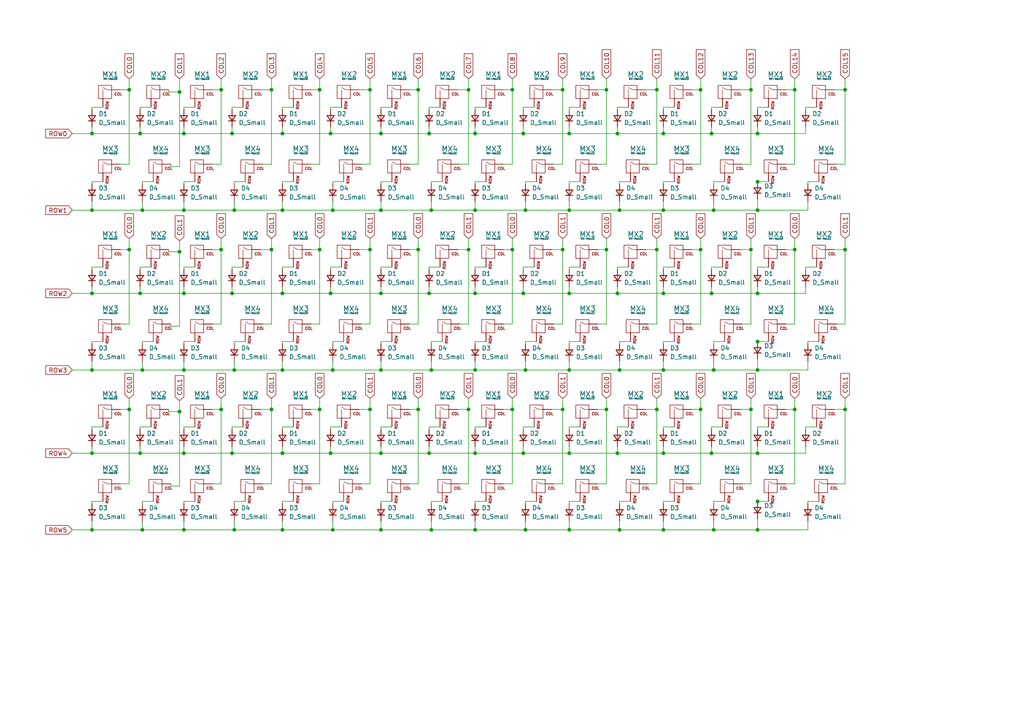
<source format=kicad_sch>
(kicad_sch (version 20230121) (generator eeschema)
  (paper "A4")
  (junction (at 207.01 60.96))
  (junction (at 207.01 107.315))
  (junction (at 245.11 118.745))
  (junction (at 81.915 38.735))
  (junction (at 175.895 72.39))
  (junction (at 78.74 72.39))
  (junction (at 125.095 153.67))
  (junction (at 192.405 153.67))
  (junction (at 219.71 153.67))
  (junction (at 53.34 60.96))
  (junction (at 217.805 26.035))
  (junction (at 192.405 38.735))
  (junction (at 81.915 131.445))
  (junction (at 190.5 72.39))
  (junction (at 53.34 38.735))
  (junction (at 67.945 107.315))
  (junction (at 96.52 60.96))
  (junction (at 41.275 60.96))
  (junction (at 148.59 118.745))
  (junction (at 52.07 73.025))
  (junction (at 92.71 118.745))
  (junction (at 219.71 131.445))
  (junction (at 165.1 60.96))
  (junction (at 64.135 72.39))
  (junction (at 206.375 131.445))
  (junction (at 96.52 107.315))
  (junction (at 26.67 60.96))
  (junction (at 124.46 85.09))
  (junction (at 26.67 85.09))
  (junction (at 163.195 72.39))
  (junction (at 78.74 26.035))
  (junction (at 165.1 131.445))
  (junction (at 37.465 26.035))
  (junction (at 190.5 26.035))
  (junction (at 230.505 118.745))
  (junction (at 121.285 26.035))
  (junction (at 219.71 99.06))
  (junction (at 110.49 38.735))
  (junction (at 230.505 26.035))
  (junction (at 81.915 85.09))
  (junction (at 96.52 153.67))
  (junction (at 53.34 107.315))
  (junction (at 206.375 38.735))
  (junction (at 219.71 145.415))
  (junction (at 107.315 26.035))
  (junction (at 152.4 107.315))
  (junction (at 26.67 107.315))
  (junction (at 163.195 26.035))
  (junction (at 137.795 38.735))
  (junction (at 137.795 107.315))
  (junction (at 245.11 26.035))
  (junction (at 151.765 85.09))
  (junction (at 219.71 52.705))
  (junction (at 81.915 153.67))
  (junction (at 67.31 85.09))
  (junction (at 192.405 85.09))
  (junction (at 152.4 60.96))
  (junction (at 26.67 131.445))
  (junction (at 81.915 60.96))
  (junction (at 67.945 60.96))
  (junction (at 121.285 72.39))
  (junction (at 107.315 118.745))
  (junction (at 217.805 118.745))
  (junction (at 165.1 85.09))
  (junction (at 219.71 60.96))
  (junction (at 110.49 153.67))
  (junction (at 148.59 72.39))
  (junction (at 53.34 153.67))
  (junction (at 67.945 153.67))
  (junction (at 107.315 72.39))
  (junction (at 192.405 60.96))
  (junction (at 53.34 85.09))
  (junction (at 135.89 118.745))
  (junction (at 219.71 38.735))
  (junction (at 95.885 131.445))
  (junction (at 165.1 38.735))
  (junction (at 137.795 131.445))
  (junction (at 179.07 131.445))
  (junction (at 207.01 153.67))
  (junction (at 26.67 153.67))
  (junction (at 121.285 118.745))
  (junction (at 151.765 38.735))
  (junction (at 124.46 131.445))
  (junction (at 137.795 153.67))
  (junction (at 135.89 72.39))
  (junction (at 64.135 26.035))
  (junction (at 40.64 131.445))
  (junction (at 190.5 118.745))
  (junction (at 152.4 153.67))
  (junction (at 95.885 85.09))
  (junction (at 148.59 26.035))
  (junction (at 41.275 107.315))
  (junction (at 125.095 60.96))
  (junction (at 52.07 119.38))
  (junction (at 179.07 85.09))
  (junction (at 67.31 38.735))
  (junction (at 124.46 38.735))
  (junction (at 217.805 72.39))
  (junction (at 219.71 85.09))
  (junction (at 245.11 72.39))
  (junction (at 179.705 107.315))
  (junction (at 179.07 38.735))
  (junction (at 203.2 72.39))
  (junction (at 175.895 26.035))
  (junction (at 26.67 38.735))
  (junction (at 175.895 118.745))
  (junction (at 40.64 85.09))
  (junction (at 137.795 85.09))
  (junction (at 165.1 107.315))
  (junction (at 53.34 131.445))
  (junction (at 219.71 107.315))
  (junction (at 40.64 38.735))
  (junction (at 125.095 107.315))
  (junction (at 206.375 85.09))
  (junction (at 52.07 26.67))
  (junction (at 37.465 72.39))
  (junction (at 135.89 26.035))
  (junction (at 192.405 107.315))
  (junction (at 179.705 60.96))
  (junction (at 203.2 26.035))
  (junction (at 92.71 26.035))
  (junction (at 110.49 131.445))
  (junction (at 151.765 131.445))
  (junction (at 163.195 118.745))
  (junction (at 78.74 118.745))
  (junction (at 67.31 131.445))
  (junction (at 110.49 107.315))
  (junction (at 230.505 72.39))
  (junction (at 95.885 38.735))
  (junction (at 110.49 85.09))
  (junction (at 110.49 60.96))
  (junction (at 137.795 60.96))
  (junction (at 179.705 153.67))
  (junction (at 81.915 107.315))
  (junction (at 165.1 153.67))
  (junction (at 41.275 153.67))
  (junction (at 192.405 131.445))
  (junction (at 203.2 118.745))
  (junction (at 92.71 72.39))
  (junction (at 64.135 118.745))
  (junction (at 37.465 118.745))
  (wire (pts (xy 207.01 146.05) (xy 207.01 145.415)))
  (wire (pts (xy 26.67 52.705) (xy 29.845 52.705)))
  (wire (pts (xy 26.67 53.34) (xy 26.67 52.705)))
  (wire (pts (xy 207.01 58.42) (xy 207.01 60.96)))
  (wire (pts (xy 81.915 85.09) (xy 95.885 85.09)))
  (wire (pts (xy 179.07 131.445) (xy 192.405 131.445)))
  (wire (pts (xy 96.52 53.34) (xy 96.52 52.705)))
  (wire (pts (xy 217.805 72.39) (xy 217.805 93.98)))
  (wire (pts (xy 75.565 118.745) (xy 78.74 118.745)))
  (wire (pts (xy 219.71 38.735) (xy 233.68 38.735)))
  (wire (pts (xy 179.07 31.75) (xy 179.07 31.115)))
  (wire (pts (xy 53.34 151.13) (xy 53.34 153.67)))
  (wire (pts (xy 179.07 78.105) (xy 179.07 77.47)))
  (wire (pts (xy 163.195 115.57) (xy 163.195 118.745)))
  (wire (pts (xy 110.49 124.46) (xy 110.49 123.825)))
  (wire (pts (xy 179.705 151.13) (xy 179.705 153.67)))
  (wire (pts (xy 206.375 36.83) (xy 206.375 38.735)))
  (wire (pts (xy 219.71 131.445) (xy 233.68 131.445)))
  (wire (pts (xy 34.925 47.625) (xy 37.465 47.625)))
  (wire (pts (xy 81.915 38.735) (xy 95.885 38.735)))
  (wire (pts (xy 165.1 145.415) (xy 168.275 145.415)))
  (wire (pts (xy 148.59 22.86) (xy 148.59 26.035)))
  (wire (pts (xy 92.71 72.39) (xy 92.71 93.98)))
  (wire (pts (xy 206.375 123.825) (xy 209.55 123.825)))
  (wire (pts (xy 192.405 131.445) (xy 206.375 131.445)))
  (wire (pts (xy 37.465 69.215) (xy 37.465 72.39)))
  (wire (pts (xy 190.5 26.035) (xy 190.5 47.625)))
  (wire (pts (xy 160.02 72.39) (xy 163.195 72.39)))
  (wire (pts (xy 137.795 146.05) (xy 137.795 145.415)))
  (wire (pts (xy 92.71 115.57) (xy 92.71 118.745)))
  (wire (pts (xy 234.315 52.705) (xy 237.49 52.705)))
  (wire (pts (xy 151.765 85.09) (xy 165.1 85.09)))
  (wire (pts (xy 214.63 118.745) (xy 217.805 118.745)))
  (wire (pts (xy 125.095 146.05) (xy 125.095 145.415)))
  (wire (pts (xy 137.795 99.695) (xy 137.795 99.06)))
  (wire (pts (xy 203.2 115.57) (xy 203.2 118.745)))
  (wire (pts (xy 187.96 93.98) (xy 190.5 93.98)))
  (wire (pts (xy 37.465 22.86) (xy 37.465 26.035)))
  (wire (pts (xy 165.1 83.185) (xy 165.1 85.09)))
  (wire (pts (xy 206.375 31.115) (xy 209.55 31.115)))
  (wire (pts (xy 110.49 38.735) (xy 124.46 38.735)))
  (wire (pts (xy 219.71 77.47) (xy 222.885 77.47)))
  (wire (pts (xy 242.57 140.335) (xy 245.11 140.335)))
  (wire (pts (xy 206.375 77.47) (xy 209.55 77.47)))
  (wire (pts (xy 124.46 129.54) (xy 124.46 131.445)))
  (wire (pts (xy 95.885 124.46) (xy 95.885 123.825)))
  (wire (pts (xy 41.275 52.705) (xy 44.45 52.705)))
  (wire (pts (xy 165.1 129.54) (xy 165.1 131.445)))
  (wire (pts (xy 245.11 118.745) (xy 245.11 140.335)))
  (wire (pts (xy 53.34 104.775) (xy 53.34 107.315)))
  (wire (pts (xy 95.885 78.105) (xy 95.885 77.47)))
  (wire (pts (xy 40.64 31.75) (xy 40.64 31.115)))
  (wire (pts (xy 52.07 69.85) (xy 52.07 73.025)))
  (wire (pts (xy 26.67 145.415) (xy 29.845 145.415)))
  (wire (pts (xy 67.945 146.05) (xy 67.945 145.415)))
  (wire (pts (xy 152.4 99.06) (xy 155.575 99.06)))
  (wire (pts (xy 78.74 69.215) (xy 78.74 72.39)))
  (wire (pts (xy 146.05 93.98) (xy 148.59 93.98)))
  (wire (pts (xy 48.895 73.025) (xy 48.895 72.39)))
  (wire (pts (xy 75.565 26.035) (xy 78.74 26.035)))
  (wire (pts (xy 175.895 22.86) (xy 175.895 26.035)))
  (wire (pts (xy 26.67 99.06) (xy 29.845 99.06)))
  (wire (pts (xy 137.795 99.06) (xy 140.97 99.06)))
  (wire (pts (xy 64.135 26.035) (xy 64.135 47.625)))
  (wire (pts (xy 26.67 123.825) (xy 29.845 123.825)))
  (wire (pts (xy 53.34 123.825) (xy 56.515 123.825)))
  (wire (pts (xy 207.01 151.13) (xy 207.01 153.67)))
  (wire (pts (xy 233.68 36.83) (xy 233.68 38.735)))
  (wire (pts (xy 206.375 85.09) (xy 219.71 85.09)))
  (wire (pts (xy 81.915 146.05) (xy 81.915 145.415)))
  (wire (pts (xy 192.405 99.695) (xy 192.405 99.06)))
  (wire (pts (xy 137.795 78.105) (xy 137.795 77.47)))
  (wire (pts (xy 152.4 104.775) (xy 152.4 107.315)))
  (wire (pts (xy 148.59 69.215) (xy 148.59 72.39)))
  (wire (pts (xy 137.795 131.445) (xy 151.765 131.445)))
  (wire (pts (xy 76.2 140.335) (xy 78.74 140.335)))
  (wire (pts (xy 118.745 93.98) (xy 121.285 93.98)))
  (wire (pts (xy 67.31 129.54) (xy 67.31 131.445)))
  (wire (pts (xy 67.31 78.105) (xy 67.31 77.47)))
  (wire (pts (xy 40.64 131.445) (xy 53.34 131.445)))
  (wire (pts (xy 107.315 72.39) (xy 107.315 93.98)))
  (wire (pts (xy 110.49 52.705) (xy 113.665 52.705)))
  (wire (pts (xy 192.405 83.185) (xy 192.405 85.09)))
  (wire (pts (xy 49.53 140.97) (xy 49.53 140.335)))
  (wire (pts (xy 165.1 104.775) (xy 165.1 107.315)))
  (wire (pts (xy 124.46 131.445) (xy 137.795 131.445)))
  (wire (pts (xy 124.46 38.735) (xy 137.795 38.735)))
  (wire (pts (xy 219.71 53.34) (xy 219.71 52.705)))
  (wire (pts (xy 37.465 118.745) (xy 37.465 140.335)))
  (wire (pts (xy 179.705 58.42) (xy 179.705 60.96)))
  (wire (pts (xy 179.07 77.47) (xy 182.245 77.47)))
  (wire (pts (xy 67.31 38.735) (xy 81.915 38.735)))
  (wire (pts (xy 173.355 47.625) (xy 175.895 47.625)))
  (wire (pts (xy 234.315 145.415) (xy 237.49 145.415)))
  (wire (pts (xy 26.67 36.83) (xy 26.67 38.735)))
  (wire (pts (xy 217.805 69.215) (xy 217.805 72.39)))
  (wire (pts (xy 137.795 31.115) (xy 140.97 31.115)))
  (wire (pts (xy 125.095 151.13) (xy 125.095 153.67)))
  (wire (pts (xy 148.59 118.745) (xy 148.59 140.335)))
  (wire (pts (xy 207.01 52.705) (xy 210.185 52.705)))
  (wire (pts (xy 160.02 118.745) (xy 163.195 118.745)))
  (wire (pts (xy 95.885 129.54) (xy 95.885 131.445)))
  (wire (pts (xy 52.07 22.86) (xy 52.07 26.67)))
  (wire (pts (xy 203.2 118.745) (xy 203.2 140.335)))
  (wire (pts (xy 132.715 26.035) (xy 135.89 26.035)))
  (wire (pts (xy 203.2 72.39) (xy 203.2 93.98)))
  (wire (pts (xy 110.49 131.445) (xy 124.46 131.445)))
  (wire (pts (xy 78.74 72.39) (xy 78.74 93.98)))
  (wire (pts (xy 135.89 115.57) (xy 135.89 118.745)))
  (wire (pts (xy 53.34 99.695) (xy 53.34 99.06)))
  (wire (pts (xy 160.655 47.625) (xy 163.195 47.625)))
  (wire (pts (xy 61.595 72.39) (xy 64.135 72.39)))
  (wire (pts (xy 175.895 118.745) (xy 175.895 140.335)))
  (wire (pts (xy 179.705 107.315) (xy 192.405 107.315)))
  (wire (pts (xy 53.34 78.105) (xy 53.34 77.47)))
  (wire (pts (xy 207.01 107.315) (xy 219.71 107.315)))
  (wire (pts (xy 241.935 72.39) (xy 245.11 72.39)))
  (wire (pts (xy 81.915 129.54) (xy 81.915 131.445)))
  (wire (pts (xy 179.705 53.34) (xy 179.705 52.705)))
  (wire (pts (xy 146.05 140.335) (xy 148.59 140.335)))
  (wire (pts (xy 151.765 38.735) (xy 165.1 38.735)))
  (wire (pts (xy 40.64 85.09) (xy 53.34 85.09)))
  (wire (pts (xy 217.805 115.57) (xy 217.805 118.745)))
  (wire (pts (xy 53.34 99.06) (xy 56.515 99.06)))
  (wire (pts (xy 26.67 78.105) (xy 26.67 77.47)))
  (wire (pts (xy 40.64 78.105) (xy 40.64 77.47)))
  (wire (pts (xy 34.925 72.39) (xy 37.465 72.39)))
  (wire (pts (xy 173.355 93.98) (xy 175.895 93.98)))
  (wire (pts (xy 219.71 36.83) (xy 219.71 38.735)))
  (wire (pts (xy 219.71 78.105) (xy 219.71 77.47)))
  (wire (pts (xy 110.49 99.695) (xy 110.49 99.06)))
  (wire (pts (xy 124.46 31.115) (xy 127.635 31.115)))
  (wire (pts (xy 26.67 131.445) (xy 40.64 131.445)))
  (wire (pts (xy 245.11 26.035) (xy 245.11 47.625)))
  (wire (pts (xy 187.325 26.035) (xy 190.5 26.035)))
  (wire (pts (xy 81.915 77.47) (xy 85.09 77.47)))
  (wire (pts (xy 64.135 115.57) (xy 64.135 118.745)))
  (wire (pts (xy 90.17 93.98) (xy 92.71 93.98)))
  (wire (pts (xy 219.71 124.46) (xy 219.71 123.825)))
  (wire (pts (xy 192.405 99.06) (xy 195.58 99.06)))
  (wire (pts (xy 179.705 145.415) (xy 182.88 145.415)))
  (wire (pts (xy 233.68 31.75) (xy 233.68 31.115)))
  (wire (pts (xy 137.795 151.13) (xy 137.795 153.67)))
  (wire (pts (xy 207.01 104.775) (xy 207.01 107.315)))
  (wire (pts (xy 165.1 77.47) (xy 168.275 77.47)))
  (wire (pts (xy 53.34 52.705) (xy 56.515 52.705)))
  (wire (pts (xy 53.34 107.315) (xy 67.945 107.315)))
  (wire (pts (xy 165.1 124.46) (xy 165.1 123.825)))
  (wire (pts (xy 67.31 131.445) (xy 81.915 131.445)))
  (wire (pts (xy 81.915 123.825) (xy 85.09 123.825)))
  (wire (pts (xy 227.965 47.625) (xy 230.505 47.625)))
  (wire (pts (xy 148.59 115.57) (xy 148.59 118.745)))
  (wire (pts (xy 192.405 60.96) (xy 207.01 60.96)))
  (wire (pts (xy 125.095 99.06) (xy 128.27 99.06)))
  (wire (pts (xy 137.795 38.735) (xy 151.765 38.735)))
  (wire (pts (xy 165.1 31.115) (xy 168.275 31.115)))
  (wire (pts (xy 135.89 26.035) (xy 135.89 47.625)))
  (wire (pts (xy 192.405 38.735) (xy 206.375 38.735)))
  (wire (pts (xy 137.795 83.185) (xy 137.795 85.09)))
  (wire (pts (xy 81.915 78.105) (xy 81.915 77.47)))
  (wire (pts (xy 52.07 73.025) (xy 52.07 94.615)))
  (wire (pts (xy 175.895 115.57) (xy 175.895 118.745)))
  (wire (pts (xy 90.17 140.335) (xy 92.71 140.335)))
  (wire (pts (xy 118.745 26.035) (xy 121.285 26.035)))
  (wire (pts (xy 61.595 93.98) (xy 64.135 93.98)))
  (wire (pts (xy 110.49 104.775) (xy 110.49 107.315)))
  (wire (pts (xy 137.795 60.96) (xy 152.4 60.96)))
  (wire (pts (xy 173.355 140.335) (xy 175.895 140.335)))
  (wire (pts (xy 20.955 107.315) (xy 26.67 107.315)))
  (wire (pts (xy 179.07 129.54) (xy 179.07 131.445)))
  (wire (pts (xy 121.285 115.57) (xy 121.285 118.745)))
  (wire (pts (xy 41.275 146.05) (xy 41.275 145.415)))
  (wire (pts (xy 67.945 52.705) (xy 71.12 52.705)))
  (wire (pts (xy 48.895 119.38) (xy 52.07 119.38)))
  (wire (pts (xy 96.52 60.96) (xy 110.49 60.96)))
  (wire (pts (xy 151.765 124.46) (xy 151.765 123.825)))
  (wire (pts (xy 90.17 26.035) (xy 92.71 26.035)))
  (wire (pts (xy 34.925 118.745) (xy 37.465 118.745)))
  (wire (pts (xy 124.46 83.185) (xy 124.46 85.09)))
  (wire (pts (xy 20.955 85.09) (xy 26.67 85.09)))
  (wire (pts (xy 179.07 85.09) (xy 192.405 85.09)))
  (wire (pts (xy 179.705 104.775) (xy 179.705 107.315)))
  (wire (pts (xy 107.315 69.215) (xy 107.315 72.39)))
  (wire (pts (xy 34.925 26.035) (xy 37.465 26.035)))
  (wire (pts (xy 242.57 93.98) (xy 245.11 93.98)))
  (wire (pts (xy 234.315 104.775) (xy 234.315 107.315)))
  (wire (pts (xy 20.955 60.96) (xy 26.67 60.96)))
  (wire (pts (xy 165.1 99.695) (xy 165.1 99.06)))
  (wire (pts (xy 132.715 118.745) (xy 135.89 118.745)))
  (wire (pts (xy 207.01 53.34) (xy 207.01 52.705)))
  (wire (pts (xy 219.71 129.54) (xy 219.71 131.445)))
  (wire (pts (xy 110.49 77.47) (xy 113.665 77.47)))
  (wire (pts (xy 233.68 78.105) (xy 233.68 77.47)))
  (wire (pts (xy 165.1 99.06) (xy 168.275 99.06)))
  (wire (pts (xy 110.49 129.54) (xy 110.49 131.445)))
  (wire (pts (xy 151.765 129.54) (xy 151.765 131.445)))
  (wire (pts (xy 26.67 85.09) (xy 40.64 85.09)))
  (wire (pts (xy 219.71 123.825) (xy 222.885 123.825)))
  (wire (pts (xy 53.34 53.34) (xy 53.34 52.705)))
  (wire (pts (xy 179.705 52.705) (xy 182.88 52.705)))
  (wire (pts (xy 20.955 153.67) (xy 26.67 153.67)))
  (wire (pts (xy 179.705 60.96) (xy 192.405 60.96)))
  (wire (pts (xy 206.375 124.46) (xy 206.375 123.825)))
  (wire (pts (xy 215.265 93.98) (xy 217.805 93.98)))
  (wire (pts (xy 219.71 153.67) (xy 234.315 153.67)))
  (wire (pts (xy 219.71 60.96) (xy 234.315 60.96)))
  (wire (pts (xy 245.11 22.86) (xy 245.11 26.035)))
  (wire (pts (xy 64.135 22.86) (xy 64.135 26.035)))
  (wire (pts (xy 200.66 26.035) (xy 203.2 26.035)))
  (wire (pts (xy 200.66 140.335) (xy 203.2 140.335)))
  (wire (pts (xy 67.945 60.96) (xy 81.915 60.96)))
  (wire (pts (xy 110.49 85.09) (xy 124.46 85.09)))
  (wire (pts (xy 137.795 85.09) (xy 151.765 85.09)))
  (wire (pts (xy 81.915 31.115) (xy 85.09 31.115)))
  (wire (pts (xy 20.955 131.445) (xy 26.67 131.445)))
  (wire (pts (xy 95.885 36.83) (xy 95.885 38.735)))
  (wire (pts (xy 125.095 107.315) (xy 137.795 107.315)))
  (wire (pts (xy 81.915 31.75) (xy 81.915 31.115)))
  (wire (pts (xy 26.67 146.05) (xy 26.67 145.415)))
  (wire (pts (xy 26.67 124.46) (xy 26.67 123.825)))
  (wire (pts (xy 26.67 151.13) (xy 26.67 153.67)))
  (wire (pts (xy 203.2 22.86) (xy 203.2 26.035)))
  (wire (pts (xy 192.405 58.42) (xy 192.405 60.96)))
  (wire (pts (xy 125.095 145.415) (xy 128.27 145.415)))
  (wire (pts (xy 81.915 60.96) (xy 96.52 60.96)))
  (wire (pts (xy 110.49 53.34) (xy 110.49 52.705)))
  (wire (pts (xy 64.135 118.745) (xy 64.135 140.335)))
  (wire (pts (xy 81.915 153.67) (xy 96.52 153.67)))
  (wire (pts (xy 61.595 26.035) (xy 64.135 26.035)))
  (wire (pts (xy 230.505 118.745) (xy 230.505 140.335)))
  (wire (pts (xy 110.49 146.05) (xy 110.49 145.415)))
  (wire (pts (xy 200.66 93.98) (xy 203.2 93.98)))
  (wire (pts (xy 192.405 107.315) (xy 207.01 107.315)))
  (wire (pts (xy 148.59 26.035) (xy 148.59 47.625)))
  (wire (pts (xy 53.34 36.83) (xy 53.34 38.735)))
  (wire (pts (xy 26.67 77.47) (xy 29.845 77.47)))
  (wire (pts (xy 118.745 72.39) (xy 121.285 72.39)))
  (wire (pts (xy 67.945 58.42) (xy 67.945 60.96)))
  (wire (pts (xy 165.1 58.42) (xy 165.1 60.96)))
  (wire (pts (xy 187.96 140.335) (xy 190.5 140.335)))
  (wire (pts (xy 96.52 99.06) (xy 99.695 99.06)))
  (wire (pts (xy 241.935 26.035) (xy 245.11 26.035)))
  (wire (pts (xy 26.67 31.75) (xy 26.67 31.115)))
  (wire (pts (xy 41.275 60.96) (xy 53.34 60.96)))
  (wire (pts (xy 192.405 77.47) (xy 195.58 77.47)))
  (wire (pts (xy 179.07 38.735) (xy 192.405 38.735)))
  (wire (pts (xy 41.275 145.415) (xy 44.45 145.415)))
  (wire (pts (xy 49.53 48.26) (xy 49.53 47.625)))
  (wire (pts (xy 124.46 85.09) (xy 137.795 85.09)))
  (wire (pts (xy 40.64 36.83) (xy 40.64 38.735)))
  (wire (pts (xy 53.34 145.415) (xy 56.515 145.415)))
  (wire (pts (xy 95.885 83.185) (xy 95.885 85.09)))
  (wire (pts (xy 234.315 58.42) (xy 234.315 60.96)))
  (wire (pts (xy 124.46 77.47) (xy 127.635 77.47)))
  (wire (pts (xy 81.915 151.13) (xy 81.915 153.67)))
  (wire (pts (xy 137.795 36.83) (xy 137.795 38.735)))
  (wire (pts (xy 179.705 146.05) (xy 179.705 145.415)))
  (wire (pts (xy 192.405 52.705) (xy 195.58 52.705)))
  (wire (pts (xy 165.1 107.315) (xy 179.705 107.315)))
  (wire (pts (xy 40.64 83.185) (xy 40.64 85.09)))
  (wire (pts (xy 192.405 53.34) (xy 192.405 52.705)))
  (wire (pts (xy 41.275 107.315) (xy 53.34 107.315)))
  (wire (pts (xy 219.71 145.415) (xy 222.885 145.415)))
  (wire (pts (xy 53.34 58.42) (xy 53.34 60.96)))
  (wire (pts (xy 233.68 31.115) (xy 236.855 31.115)))
  (wire (pts (xy 53.34 85.09) (xy 67.31 85.09)))
  (wire (pts (xy 76.2 47.625) (xy 78.74 47.625)))
  (wire (pts (xy 190.5 115.57) (xy 190.5 118.745)))
  (wire (pts (xy 152.4 60.96) (xy 165.1 60.96)))
  (wire (pts (xy 92.71 22.86) (xy 92.71 26.035)))
  (wire (pts (xy 151.765 77.47) (xy 154.94 77.47)))
  (wire (pts (xy 92.71 26.035) (xy 92.71 47.625)))
  (wire (pts (xy 165.1 31.75) (xy 165.1 31.115)))
  (wire (pts (xy 26.67 129.54) (xy 26.67 131.445)))
  (wire (pts (xy 110.49 60.96) (xy 125.095 60.96)))
  (wire (pts (xy 41.275 153.67) (xy 53.34 153.67)))
  (wire (pts (xy 190.5 22.86) (xy 190.5 26.035)))
  (wire (pts (xy 215.265 47.625) (xy 217.805 47.625)))
  (wire (pts (xy 26.67 83.185) (xy 26.67 85.09)))
  (wire (pts (xy 67.945 153.67) (xy 81.915 153.67)))
  (wire (pts (xy 192.405 123.825) (xy 195.58 123.825)))
  (wire (pts (xy 67.945 107.315) (xy 81.915 107.315)))
  (wire (pts (xy 179.07 31.115) (xy 182.245 31.115)))
  (wire (pts (xy 96.52 52.705) (xy 99.695 52.705)))
  (wire (pts (xy 26.67 104.775) (xy 26.67 107.315)))
  (wire (pts (xy 96.52 153.67) (xy 110.49 153.67)))
  (wire (pts (xy 110.49 107.315) (xy 125.095 107.315)))
  (wire (pts (xy 173.355 26.035) (xy 175.895 26.035)))
  (wire (pts (xy 121.285 118.745) (xy 121.285 140.335)))
  (wire (pts (xy 20.955 38.735) (xy 26.67 38.735)))
  (wire (pts (xy 96.52 145.415) (xy 99.695 145.415)))
  (wire (pts (xy 118.745 118.745) (xy 121.285 118.745)))
  (wire (pts (xy 200.66 72.39) (xy 203.2 72.39)))
  (wire (pts (xy 230.505 69.215) (xy 230.505 72.39)))
  (wire (pts (xy 192.405 129.54) (xy 192.405 131.445)))
  (wire (pts (xy 53.34 124.46) (xy 53.34 123.825)))
  (wire (pts (xy 151.765 31.75) (xy 151.765 31.115)))
  (wire (pts (xy 192.405 85.09) (xy 206.375 85.09)))
  (wire (pts (xy 26.67 107.315) (xy 41.275 107.315)))
  (wire (pts (xy 95.885 131.445) (xy 110.49 131.445)))
  (wire (pts (xy 207.01 145.415) (xy 210.185 145.415)))
  (wire (pts (xy 230.505 26.035) (xy 230.505 47.625)))
  (wire (pts (xy 104.775 47.625) (xy 107.315 47.625)))
  (wire (pts (xy 135.89 69.215) (xy 135.89 72.39)))
  (wire (pts (xy 187.96 47.625) (xy 190.5 47.625)))
  (wire (pts (xy 187.325 72.39) (xy 190.5 72.39)))
  (wire (pts (xy 175.895 72.39) (xy 175.895 93.98)))
  (wire (pts (xy 78.74 118.745) (xy 78.74 140.335)))
  (wire (pts (xy 125.095 104.775) (xy 125.095 107.315)))
  (wire (pts (xy 215.265 140.335) (xy 217.805 140.335)))
  (wire (pts (xy 95.885 85.09) (xy 110.49 85.09)))
  (wire (pts (xy 206.375 83.185) (xy 206.375 85.09)))
  (wire (pts (xy 78.74 115.57) (xy 78.74 118.745)))
  (wire (pts (xy 41.275 99.06) (xy 44.45 99.06)))
  (wire (pts (xy 151.765 31.115) (xy 154.94 31.115)))
  (wire (pts (xy 192.405 145.415) (xy 195.58 145.415)))
  (wire (pts (xy 110.49 151.13) (xy 110.49 153.67)))
  (wire (pts (xy 110.49 83.185) (xy 110.49 85.09)))
  (wire (pts (xy 163.195 69.215) (xy 163.195 72.39)))
  (wire (pts (xy 41.275 99.695) (xy 41.275 99.06)))
  (wire (pts (xy 227.965 140.335) (xy 230.505 140.335)))
  (wire (pts (xy 121.285 69.215) (xy 121.285 72.39)))
  (wire (pts (xy 107.315 118.745) (xy 107.315 140.335)))
  (wire (pts (xy 179.07 83.185) (xy 179.07 85.09)))
  (wire (pts (xy 96.52 58.42) (xy 96.52 60.96)))
  (wire (pts (xy 192.405 31.115) (xy 195.58 31.115)))
  (wire (pts (xy 190.5 118.745) (xy 190.5 140.335)))
  (wire (pts (xy 132.715 72.39) (xy 135.89 72.39)))
  (wire (pts (xy 64.135 69.215) (xy 64.135 72.39)))
  (wire (pts (xy 137.795 153.67) (xy 152.4 153.67)))
  (wire (pts (xy 53.34 129.54) (xy 53.34 131.445)))
  (wire (pts (xy 137.795 123.825) (xy 140.97 123.825)))
  (wire (pts (xy 135.89 72.39) (xy 135.89 93.98)))
  (wire (pts (xy 104.14 26.035) (xy 107.315 26.035)))
  (wire (pts (xy 206.375 131.445) (xy 219.71 131.445)))
  (wire (pts (xy 41.275 58.42) (xy 41.275 60.96)))
  (wire (pts (xy 76.2 93.98) (xy 78.74 93.98)))
  (wire (pts (xy 48.895 73.025) (xy 52.07 73.025)))
  (wire (pts (xy 95.885 31.75) (xy 95.885 31.115)))
  (wire (pts (xy 203.2 26.035) (xy 203.2 47.625)))
  (wire (pts (xy 125.095 99.695) (xy 125.095 99.06)))
  (wire (pts (xy 124.46 124.46) (xy 124.46 123.825)))
  (wire (pts (xy 78.74 22.86) (xy 78.74 26.035)))
  (wire (pts (xy 234.315 99.695) (xy 234.315 99.06)))
  (wire (pts (xy 230.505 72.39) (xy 230.505 93.98)))
  (wire (pts (xy 219.71 146.05) (xy 219.71 145.415)))
  (wire (pts (xy 110.49 123.825) (xy 113.665 123.825)))
  (wire (pts (xy 125.095 153.67) (xy 137.795 153.67)))
  (wire (pts (xy 133.35 47.625) (xy 135.89 47.625)))
  (wire (pts (xy 95.885 31.115) (xy 99.06 31.115)))
  (wire (pts (xy 206.375 129.54) (xy 206.375 131.445)))
  (wire (pts (xy 160.655 140.335) (xy 163.195 140.335)))
  (wire (pts (xy 179.07 36.83) (xy 179.07 38.735)))
  (wire (pts (xy 165.1 153.67) (xy 179.705 153.67)))
  (wire (pts (xy 192.405 31.75) (xy 192.405 31.115)))
  (wire (pts (xy 96.52 151.13) (xy 96.52 153.67)))
  (wire (pts (xy 173.355 118.745) (xy 175.895 118.745)))
  (wire (pts (xy 53.34 38.735) (xy 67.31 38.735)))
  (wire (pts (xy 53.34 31.115) (xy 56.515 31.115)))
  (wire (pts (xy 152.4 146.05) (xy 152.4 145.415)))
  (wire (pts (xy 125.095 60.96) (xy 137.795 60.96)))
  (wire (pts (xy 192.405 104.775) (xy 192.405 107.315)))
  (wire (pts (xy 146.05 26.035) (xy 148.59 26.035)))
  (wire (pts (xy 137.795 107.315) (xy 152.4 107.315)))
  (wire (pts (xy 52.07 26.67) (xy 52.07 48.26)))
  (wire (pts (xy 137.795 31.75) (xy 137.795 31.115)))
  (wire (pts (xy 37.465 26.035) (xy 37.465 47.625)))
  (wire (pts (xy 40.64 123.825) (xy 43.815 123.825)))
  (wire (pts (xy 107.315 22.86) (xy 107.315 26.035)))
  (wire (pts (xy 61.595 118.745) (xy 64.135 118.745)))
  (wire (pts (xy 92.71 118.745) (xy 92.71 140.335)))
  (wire (pts (xy 207.01 99.06) (xy 210.185 99.06)))
  (wire (pts (xy 96.52 104.775) (xy 96.52 107.315)))
  (wire (pts (xy 110.49 99.06) (xy 113.665 99.06)))
  (wire (pts (xy 110.49 153.67) (xy 125.095 153.67)))
  (wire (pts (xy 78.74 26.035) (xy 78.74 47.625)))
  (wire (pts (xy 165.1 146.05) (xy 165.1 145.415)))
  (wire (pts (xy 137.795 124.46) (xy 137.795 123.825)))
  (wire (pts (xy 81.915 52.705) (xy 85.09 52.705)))
  (wire (pts (xy 121.285 22.86) (xy 121.285 26.035)))
  (wire (pts (xy 165.1 60.96) (xy 179.705 60.96)))
  (wire (pts (xy 173.355 72.39) (xy 175.895 72.39)))
  (wire (pts (xy 53.34 131.445) (xy 67.31 131.445)))
  (wire (pts (xy 81.915 36.83) (xy 81.915 38.735)))
  (wire (pts (xy 217.805 118.745) (xy 217.805 140.335)))
  (wire (pts (xy 67.31 31.115) (xy 70.485 31.115)))
  (wire (pts (xy 219.71 31.115) (xy 222.885 31.115)))
  (wire (pts (xy 104.775 140.335) (xy 107.315 140.335)))
  (wire (pts (xy 49.53 94.615) (xy 52.07 94.615)))
  (wire (pts (xy 104.14 72.39) (xy 107.315 72.39)))
  (wire (pts (xy 40.64 31.115) (xy 43.815 31.115)))
  (wire (pts (xy 151.765 131.445) (xy 165.1 131.445)))
  (wire (pts (xy 219.71 150.495) (xy 219.71 153.67)))
  (wire (pts (xy 37.465 72.39) (xy 37.465 93.98)))
  (wire (pts (xy 137.795 77.47) (xy 140.97 77.47)))
  (wire (pts (xy 151.765 36.83) (xy 151.765 38.735)))
  (wire (pts (xy 67.31 31.75) (xy 67.31 31.115)))
  (wire (pts (xy 67.31 77.47) (xy 70.485 77.47)))
  (wire (pts (xy 187.325 118.745) (xy 190.5 118.745)))
  (wire (pts (xy 67.945 99.695) (xy 67.945 99.06)))
  (wire (pts (xy 233.68 123.825) (xy 236.855 123.825)))
  (wire (pts (xy 110.49 31.115) (xy 113.665 31.115)))
  (wire (pts (xy 95.885 38.735) (xy 110.49 38.735)))
  (wire (pts (xy 160.655 93.98) (xy 163.195 93.98)))
  (wire (pts (xy 26.67 60.96) (xy 41.275 60.96)))
  (wire (pts (xy 81.915 99.695) (xy 81.915 99.06)))
  (wire (pts (xy 151.765 123.825) (xy 154.94 123.825)))
  (wire (pts (xy 124.46 78.105) (xy 124.46 77.47)))
  (wire (pts (xy 146.05 47.625) (xy 148.59 47.625)))
  (wire (pts (xy 26.67 31.115) (xy 29.845 31.115)))
  (wire (pts (xy 165.1 36.83) (xy 165.1 38.735)))
  (wire (pts (xy 81.915 58.42) (xy 81.915 60.96)))
  (wire (pts (xy 75.565 72.39) (xy 78.74 72.39)))
  (wire (pts (xy 219.71 83.185) (xy 219.71 85.09)))
  (wire (pts (xy 81.915 124.46) (xy 81.915 123.825)))
  (wire (pts (xy 152.4 52.705) (xy 155.575 52.705)))
  (wire (pts (xy 219.71 52.705) (xy 222.885 52.705)))
  (wire (pts (xy 53.34 146.05) (xy 53.34 145.415)))
  (wire (pts (xy 179.705 153.67) (xy 192.405 153.67)))
  (wire (pts (xy 121.285 26.035) (xy 121.285 47.625)))
  (wire (pts (xy 110.49 31.75) (xy 110.49 31.115)))
  (wire (pts (xy 124.46 36.83) (xy 124.46 38.735)))
  (wire (pts (xy 234.315 151.13) (xy 234.315 153.67)))
  (wire (pts (xy 179.705 99.695) (xy 179.705 99.06)))
  (wire (pts (xy 67.945 99.06) (xy 71.12 99.06)))
  (wire (pts (xy 190.5 72.39) (xy 190.5 93.98)))
  (wire (pts (xy 107.315 26.035) (xy 107.315 47.625)))
  (wire (pts (xy 241.935 118.745) (xy 245.11 118.745)))
  (wire (pts (xy 125.095 52.705) (xy 128.27 52.705)))
  (wire (pts (xy 214.63 72.39) (xy 217.805 72.39)))
  (wire (pts (xy 165.1 53.34) (xy 165.1 52.705)))
  (wire (pts (xy 165.1 78.105) (xy 165.1 77.47)))
  (wire (pts (xy 48.895 26.67) (xy 48.895 26.035)))
  (wire (pts (xy 135.89 118.745) (xy 135.89 140.335)))
  (wire (pts (xy 165.1 38.735) (xy 179.07 38.735)))
  (wire (pts (xy 64.135 72.39) (xy 64.135 93.98)))
  (wire (pts (xy 207.01 153.67) (xy 219.71 153.67)))
  (wire (pts (xy 219.71 107.315) (xy 234.315 107.315)))
  (wire (pts (xy 219.71 85.09) (xy 233.68 85.09)))
  (wire (pts (xy 165.1 151.13) (xy 165.1 153.67)))
  (wire (pts (xy 163.195 26.035) (xy 163.195 47.625)))
  (wire (pts (xy 219.71 99.06) (xy 222.885 99.06)))
  (wire (pts (xy 214.63 26.035) (xy 217.805 26.035)))
  (wire (pts (xy 52.07 116.205) (xy 52.07 119.38)))
  (wire (pts (xy 48.895 26.67) (xy 52.07 26.67)))
  (wire (pts (xy 160.02 26.035) (xy 163.195 26.035)))
  (wire (pts (xy 217.805 22.86) (xy 217.805 26.035)))
  (wire (pts (xy 92.71 69.215) (xy 92.71 72.39)))
  (wire (pts (xy 227.965 72.39) (xy 230.505 72.39)))
  (wire (pts (xy 121.285 72.39) (xy 121.285 93.98)))
  (wire (pts (xy 175.895 69.215) (xy 175.895 72.39)))
  (wire (pts (xy 203.2 69.215) (xy 203.2 72.39)))
  (wire (pts (xy 81.915 145.415) (xy 85.09 145.415)))
  (wire (pts (xy 233.68 129.54) (xy 233.68 131.445)))
  (wire (pts (xy 53.34 60.96) (xy 67.945 60.96)))
  (wire (pts (xy 48.895 119.38) (xy 48.895 118.745)))
  (wire (pts (xy 200.66 47.625) (xy 203.2 47.625)))
  (wire (pts (xy 207.01 60.96) (xy 219.71 60.96)))
  (wire (pts (xy 151.765 78.105) (xy 151.765 77.47)))
  (wire (pts (xy 234.315 53.34) (xy 234.315 52.705)))
  (wire (pts (xy 104.14 118.745) (xy 107.315 118.745)))
  (wire (pts (xy 234.315 146.05) (xy 234.315 145.415)))
  (wire (pts (xy 40.64 77.47) (xy 43.815 77.47)))
  (wire (pts (xy 67.31 36.83) (xy 67.31 38.735)))
  (wire (pts (xy 34.925 140.335) (xy 37.465 140.335)))
  (wire (pts (xy 227.965 118.745) (xy 230.505 118.745)))
  (wire (pts (xy 230.505 22.86) (xy 230.505 26.035)))
  (wire (pts (xy 163.195 118.745) (xy 163.195 140.335)))
  (wire (pts (xy 118.745 47.625) (xy 121.285 47.625)))
  (wire (pts (xy 152.4 99.695) (xy 152.4 99.06)))
  (wire (pts (xy 234.315 99.06) (xy 237.49 99.06)))
  (wire (pts (xy 152.4 153.67) (xy 165.1 153.67)))
  (wire (pts (xy 137.795 145.415) (xy 140.97 145.415)))
  (wire (pts (xy 152.4 151.13) (xy 152.4 153.67)))
  (wire (pts (xy 49.53 48.26) (xy 52.07 48.26)))
  (wire (pts (xy 233.68 124.46) (xy 233.68 123.825)))
  (wire (pts (xy 179.07 124.46) (xy 179.07 123.825)))
  (wire (pts (xy 104.775 93.98) (xy 107.315 93.98)))
  (wire (pts (xy 233.68 77.47) (xy 236.855 77.47)))
  (wire (pts (xy 245.11 69.215) (xy 245.11 72.39)))
  (wire (pts (xy 26.67 38.735) (xy 40.64 38.735)))
  (wire (pts (xy 34.925 93.98) (xy 37.465 93.98)))
  (wire (pts (xy 152.4 107.315) (xy 165.1 107.315)))
  (wire (pts (xy 192.405 151.13) (xy 192.405 153.67)))
  (wire (pts (xy 163.195 22.86) (xy 163.195 26.035)))
  (wire (pts (xy 192.405 78.105) (xy 192.405 77.47)))
  (wire (pts (xy 230.505 115.57) (xy 230.505 118.745)))
  (wire (pts (xy 53.34 31.75) (xy 53.34 31.115)))
  (wire (pts (xy 41.275 53.34) (xy 41.275 52.705)))
  (wire (pts (xy 217.805 26.035) (xy 217.805 47.625)))
  (wire (pts (xy 242.57 47.625) (xy 245.11 47.625)))
  (wire (pts (xy 219.71 57.785) (xy 219.71 60.96)))
  (wire (pts (xy 190.5 69.215) (xy 190.5 72.39)))
  (wire (pts (xy 49.53 140.97) (xy 52.07 140.97)))
  (wire (pts (xy 165.1 52.705) (xy 168.275 52.705)))
  (wire (pts (xy 96.52 146.05) (xy 96.52 145.415)))
  (wire (pts (xy 179.07 123.825) (xy 182.245 123.825)))
  (wire (pts (xy 95.885 77.47) (xy 99.06 77.47)))
  (wire (pts (xy 26.67 99.695) (xy 26.67 99.06)))
  (wire (pts (xy 90.17 47.625) (xy 92.71 47.625)))
  (wire (pts (xy 67.31 124.46) (xy 67.31 123.825)))
  (wire (pts (xy 67.31 123.825) (xy 70.485 123.825)))
  (wire (pts (xy 125.095 58.42) (xy 125.095 60.96)))
  (wire (pts (xy 125.095 53.34) (xy 125.095 52.705)))
  (wire (pts (xy 233.68 83.185) (xy 233.68 85.09)))
  (wire (pts (xy 26.67 153.67) (xy 41.275 153.67)))
  (wire (pts (xy 227.965 26.035) (xy 230.505 26.035)))
  (wire (pts (xy 81.915 99.06) (xy 85.09 99.06)))
  (wire (pts (xy 124.46 123.825) (xy 127.635 123.825)))
  (wire (pts (xy 192.405 124.46) (xy 192.405 123.825)))
  (wire (pts (xy 90.17 72.39) (xy 92.71 72.39)))
  (wire (pts (xy 133.35 140.335) (xy 135.89 140.335)))
  (wire (pts (xy 61.595 47.625) (xy 64.135 47.625)))
  (wire (pts (xy 81.915 83.185) (xy 81.915 85.09)))
  (wire (pts (xy 175.895 26.035) (xy 175.895 47.625)))
  (wire (pts (xy 41.275 104.775) (xy 41.275 107.315)))
  (wire (pts (xy 152.4 58.42) (xy 152.4 60.96)))
  (wire (pts (xy 137.795 53.34) (xy 137.795 52.705)))
  (wire (pts (xy 41.275 151.13) (xy 41.275 153.67)))
  (wire (pts (xy 245.11 115.57) (xy 245.11 118.745)))
  (wire (pts (xy 245.11 72.39) (xy 245.11 93.98)))
  (wire (pts (xy 165.1 123.825) (xy 168.275 123.825)))
  (wire (pts (xy 67.945 104.775) (xy 67.945 107.315)))
  (wire (pts (xy 61.595 140.335) (xy 64.135 140.335)))
  (wire (pts (xy 206.375 31.75) (xy 206.375 31.115)))
  (wire (pts (xy 67.31 83.185) (xy 67.31 85.09)))
  (wire (pts (xy 207.01 99.695) (xy 207.01 99.06)))
  (wire (pts (xy 107.315 115.57) (xy 107.315 118.745)))
  (wire (pts (xy 40.64 38.735) (xy 53.34 38.735)))
  (wire (pts (xy 137.795 52.705) (xy 140.97 52.705)))
  (wire (pts (xy 40.64 124.46) (xy 40.64 123.825)))
  (wire (pts (xy 206.375 78.105) (xy 206.375 77.47)))
  (wire (pts (xy 110.49 36.83) (xy 110.49 38.735)))
  (wire (pts (xy 219.71 31.75) (xy 219.71 31.115)))
  (wire (pts (xy 90.17 118.745) (xy 92.71 118.745)))
  (wire (pts (xy 37.465 115.57) (xy 37.465 118.745)))
  (wire (pts (xy 165.1 85.09) (xy 179.07 85.09)))
  (wire (pts (xy 152.4 53.34) (xy 152.4 52.705)))
  (wire (pts (xy 67.945 53.34) (xy 67.945 52.705)))
  (wire (pts (xy 146.05 118.745) (xy 148.59 118.745)))
  (wire (pts (xy 165.1 131.445) (xy 179.07 131.445)))
  (wire (pts (xy 40.64 129.54) (xy 40.64 131.445)))
  (wire (pts (xy 192.405 153.67) (xy 207.01 153.67)))
  (wire (pts (xy 133.35 93.98) (xy 135.89 93.98)))
  (wire (pts (xy 67.31 85.09) (xy 81.915 85.09)))
  (wire (pts (xy 163.195 72.39) (xy 163.195 93.98)))
  (wire (pts (xy 148.59 72.39) (xy 148.59 93.98)))
  (wire (pts (xy 192.405 146.05) (xy 192.405 145.415)))
  (wire (pts (xy 137.795 104.775) (xy 137.795 107.315)))
  (wire (pts (xy 219.71 99.695) (xy 219.71 99.06)))
  (wire (pts (xy 81.915 131.445) (xy 95.885 131.445)))
  (wire (pts (xy 81.915 107.315) (xy 96.52 107.315)))
  (wire (pts (xy 110.49 78.105) (xy 110.49 77.47)))
  (wire (pts (xy 219.71 104.14) (xy 219.71 107.315)))
  (wire (pts (xy 192.405 36.83) (xy 192.405 38.735)))
  (wire (pts (xy 81.915 104.775) (xy 81.915 107.315)))
  (wire (pts (xy 227.965 93.98) (xy 230.505 93.98)))
  (wire (pts (xy 200.66 118.745) (xy 203.2 118.745)))
  (wire (pts (xy 53.34 77.47) (xy 56.515 77.47)))
  (wire (pts (xy 118.745 140.335) (xy 121.285 140.335)))
  (wire (pts (xy 151.765 83.185) (xy 151.765 85.09)))
  (wire (pts (xy 53.34 153.67) (xy 67.945 153.67)))
  (wire (pts (xy 110.49 58.42) (xy 110.49 60.96)))
  (wire (pts (xy 81.915 53.34) (xy 81.915 52.705)))
  (wire (pts (xy 137.795 129.54) (xy 137.795 131.445)))
  (wire (pts (xy 53.34 83.185) (xy 53.34 85.09)))
  (wire (pts (xy 110.49 145.415) (xy 113.665 145.415)))
  (wire (pts (xy 49.53 94.615) (xy 49.53 93.98)))
  (wire (pts (xy 67.945 151.13) (xy 67.945 153.67)))
  (wire (pts (xy 52.07 119.38) (xy 52.07 140.97)))
  (wire (pts (xy 206.375 38.735) (xy 219.71 38.735)))
  (wire (pts (xy 137.795 58.42) (xy 137.795 60.96)))
  (wire (pts (xy 179.705 99.06) (xy 182.88 99.06)))
  (wire (pts (xy 67.945 145.415) (xy 71.12 145.415)))
  (wire (pts (xy 152.4 145.415) (xy 155.575 145.415)))
  (wire (pts (xy 26.67 58.42) (xy 26.67 60.96)))
  (wire (pts (xy 146.05 72.39) (xy 148.59 72.39)))
  (wire (pts (xy 96.52 107.315) (xy 110.49 107.315)))
  (wire (pts (xy 95.885 123.825) (xy 99.06 123.825)))
  (wire (pts (xy 135.89 22.86) (xy 135.89 26.035)))
  (wire (pts (xy 124.46 31.75) (xy 124.46 31.115)))
  (wire (pts (xy 96.52 99.695) (xy 96.52 99.06)))
  (global_label "COL1" (shape input) (at 52.07 22.86 90) (property "Intersheetrefs" "${INTERSHEET_REFS}" (effects hide)))
  (global_label "ROW1" (shape input) (at 20.955 60.96 180) (property "Intersheetrefs" "${INTERSHEET_REFS}" (effects hide)))
  (global_label "COL7" (shape input) (at 135.89 22.86 90) (property "Intersheetrefs" "${INTERSHEET_REFS}" (effects hide)))
  (global_label "COL1" (shape input) (at 135.89 115.57 90) (property "Intersheetrefs" "${INTERSHEET_REFS}" (effects hide)))
  (global_label "COL1" (shape input) (at 163.195 69.215 90) (property "Intersheetrefs" "${INTERSHEET_REFS}" (effects hide)))
  (global_label "COL1" (shape input) (at 135.89 69.215 90) (property "Intersheetrefs" "${INTERSHEET_REFS}" (effects hide)))
  (global_label "COL0" (shape input) (at 37.465 22.86 90) (property "Intersheetrefs" "${INTERSHEET_REFS}" (effects hide)))
  (global_label "COL0" (shape input) (at 92.71 115.57 90) (property "Intersheetrefs" "${INTERSHEET_REFS}" (effects hide)))
  (global_label "ROW5" (shape input) (at 20.955 153.67 180) (property "Intersheetrefs" "${INTERSHEET_REFS}" (effects hide)))
  (global_label "COL2" (shape input) (at 64.135 22.86 90) (property "Intersheetrefs" "${INTERSHEET_REFS}" (effects hide)))
  (global_label "COL1" (shape input) (at 190.5 69.215 90) (property "Intersheetrefs" "${INTERSHEET_REFS}" (effects hide)))
  (global_label "COL0" (shape input) (at 148.59 115.57 90) (property "Intersheetrefs" "${INTERSHEET_REFS}" (effects hide)))
  (global_label "COL8" (shape input) (at 148.59 22.86 90) (property "Intersheetrefs" "${INTERSHEET_REFS}" (effects hide)))
  (global_label "COL1" (shape input) (at 163.195 115.57 90) (property "Intersheetrefs" "${INTERSHEET_REFS}" (effects hide)))
  (global_label "COL0" (shape input) (at 148.59 69.215 90) (property "Intersheetrefs" "${INTERSHEET_REFS}" (effects hide)))
  (global_label "COL0" (shape input) (at 64.135 115.57 90) (property "Intersheetrefs" "${INTERSHEET_REFS}" (effects hide)))
  (global_label "COL3" (shape input) (at 78.74 22.86 90) (property "Intersheetrefs" "${INTERSHEET_REFS}" (effects hide)))
  (global_label "COL1" (shape input) (at 217.805 115.57 90) (property "Intersheetrefs" "${INTERSHEET_REFS}" (effects hide)))
  (global_label "COL15" (shape input) (at 245.11 22.86 90) (property "Intersheetrefs" "${INTERSHEET_REFS}" (effects hide)))
  (global_label "COL0" (shape input) (at 121.285 69.215 90) (property "Intersheetrefs" "${INTERSHEET_REFS}" (effects hide)))
  (global_label "COL0" (shape input) (at 230.505 69.215 90) (property "Intersheetrefs" "${INTERSHEET_REFS}" (effects hide)))
  (global_label "COL0" (shape input) (at 203.2 115.57 90) (property "Intersheetrefs" "${INTERSHEET_REFS}" (effects hide)))
  (global_label "COL1" (shape input) (at 245.11 69.215 90) (property "Intersheetrefs" "${INTERSHEET_REFS}" (effects hide)))
  (global_label "COL14" (shape input) (at 230.505 22.86 90) (property "Intersheetrefs" "${INTERSHEET_REFS}" (effects hide)))
  (global_label "COL6" (shape input) (at 121.285 22.86 90) (property "Intersheetrefs" "${INTERSHEET_REFS}" (effects hide)))
  (global_label "ROW4" (shape input) (at 20.955 131.445 180) (property "Intersheetrefs" "${INTERSHEET_REFS}" (effects hide)))
  (global_label "COL0" (shape input) (at 203.2 69.215 90) (property "Intersheetrefs" "${INTERSHEET_REFS}" (effects hide)))
  (global_label "COL1" (shape input) (at 190.5 115.57 90) (property "Intersheetrefs" "${INTERSHEET_REFS}" (effects hide)))
  (global_label "COL13" (shape input) (at 217.805 22.86 90) (property "Intersheetrefs" "${INTERSHEET_REFS}" (effects hide)))
  (global_label "COL1" (shape input) (at 78.74 115.57 90) (property "Intersheetrefs" "${INTERSHEET_REFS}" (effects hide)))
  (global_label "COL1" (shape input) (at 245.11 115.57 90) (property "Intersheetrefs" "${INTERSHEET_REFS}" (effects hide)))
  (global_label "COL5" (shape input) (at 107.315 22.86 90) (property "Intersheetrefs" "${INTERSHEET_REFS}" (effects hide)))
  (global_label "ROW2" (shape input) (at 20.955 85.09 180) (property "Intersheetrefs" "${INTERSHEET_REFS}" (effects hide)))
  (global_label "COL10" (shape input) (at 175.895 22.86 90) (property "Intersheetrefs" "${INTERSHEET_REFS}" (effects hide)))
  (global_label "COL1" (shape input) (at 52.07 69.85 90) (property "Intersheetrefs" "${INTERSHEET_REFS}" (effects hide)))
  (global_label "COL9" (shape input) (at 163.195 22.86 90) (property "Intersheetrefs" "${INTERSHEET_REFS}" (effects hide)))
  (global_label "ROW3" (shape input) (at 20.955 107.315 180) (property "Intersheetrefs" "${INTERSHEET_REFS}" (effects hide)))
  (global_label "COL4" (shape input) (at 92.71 22.86 90) (property "Intersheetrefs" "${INTERSHEET_REFS}" (effects hide)))
  (global_label "COL1" (shape input) (at 52.07 116.205 90) (property "Intersheetrefs" "${INTERSHEET_REFS}" (effects hide)))
  (global_label "COL0" (shape input) (at 175.895 115.57 90) (property "Intersheetrefs" "${INTERSHEET_REFS}" (effects hide)))
  (global_label "COL1" (shape input) (at 78.74 69.215 90) (property "Intersheetrefs" "${INTERSHEET_REFS}" (effects hide)))
  (global_label "COL1" (shape input) (at 107.315 115.57 90) (property "Intersheetrefs" "${INTERSHEET_REFS}" (effects hide)))
  (global_label "COL0" (shape input) (at 175.895 69.215 90) (property "Intersheetrefs" "${INTERSHEET_REFS}" (effects hide)))
  (global_label "COL0" (shape input) (at 37.465 115.57 90) (property "Intersheetrefs" "${INTERSHEET_REFS}" (effects hide)))
  (global_label "COL11" (shape input) (at 190.5 22.86 90) (property "Intersheetrefs" "${INTERSHEET_REFS}" (effects hide)))
  (global_label "COL0" (shape input) (at 64.135 69.215 90) (property "Intersheetrefs" "${INTERSHEET_REFS}" (effects hide)))
  (global_label "COL1" (shape input) (at 107.315 69.215 90) (property "Intersheetrefs" "${INTERSHEET_REFS}" (effects hide)))
  (global_label "COL0" (shape input) (at 121.285 115.57 90) (property "Intersheetrefs" "${INTERSHEET_REFS}" (effects hide)))
  (global_label "COL0" (shape input) (at 92.71 69.215 90) (property "Intersheetrefs" "${INTERSHEET_REFS}" (effects hide)))
  (global_label "ROW0" (shape input) (at 20.955 38.735 180) (property "Intersheetrefs" "${INTERSHEET_REFS}" (effects hide)))
  (global_label "COL1" (shape input) (at 217.805 69.215 90) (property "Intersheetrefs" "${INTERSHEET_REFS}" (effects hide)))
  (global_label "COL12" (shape input) (at 203.2 22.86 90) (property "Intersheetrefs" "${INTERSHEET_REFS}" (effects hide)))
  (global_label "COL0" (shape input) (at 37.465 69.215 90) (property "Intersheetrefs" "${INTERSHEET_REFS}" (effects hide)))
  (global_label "COL0" (shape input) (at 230.505 115.57 90) (property "Intersheetrefs" "${INTERSHEET_REFS}" (effects hide)))
  (symbol (lib_id "MX_Alps_Hybrid:MX-NoLED") (at 196.85 141.605 0) (unit 1)
    (property "Reference" "MX3" (at 197.7452 135.89 0) (effects (font (size 1.524 1.524))))
    (property "Value" "MX-NoLED" (at 197.7452 137.16 0) (effects (font (size 0.508 0.508))))
    (property "Footprint" "Button_Switch_Keyboard:SW_Cherry_MX_1.00u_PCB" (effects hide))
    (instances (project "keyboard" (path "" (reference "MX3") (unit 1)) (path "" (reference "MX93") (unit 1))))
  )
  (symbol (lib_id "MX_Alps_Hybrid:MX-NoLED") (at 142.24 73.66 0) (unit 1)
    (property "Reference" "MX1" (at 143.1352 67.945 0) (effects (font (size 1.524 1.524))))
    (property "Value" "MX-NoLED" (at 143.1352 69.215 0) (effects (font (size 0.508 0.508))))
    (property "Footprint" "Button_Switch_Keyboard:SW_Cherry_MX_1.00u_PCB" (effects hide))
    (instances (project "keyboard" (path "" (reference "MX1") (unit 1)) (path "" (reference "MX41") (unit 1))))
  )
  (symbol (lib_id "Device:D_Small") (at 151.765 127 90) (unit 1)
    (property "Reference" "D2" (at 153.67 125.73 90) (effects (justify right)))
    (property "Value" "D_Small" (at 153.67 128.27 90) (effects (justify right)))
    (property "Footprint" "Diode_SMD:D_SOD-123" (effects hide))
    (property "Sim.Device" "D" (effects hide))
    (property "Sim.Pins" "1=K 2=A" (effects hide))
    (instances (project "keyboard" (path "" (reference "D2") (unit 1)) (path "" (reference "D74") (unit 1))))
  )
  (symbol (lib_id "Device:D_Small") (at 165.1 127 90) (unit 1)
    (property "Reference" "D1" (at 167.005 125.73 90) (effects (justify right)))
    (property "Value" "D_Small" (at 167.005 128.27 90) (effects (justify right)))
    (property "Footprint" "Diode_SMD:D_SOD-123" (effects hide))
    (property "Sim.Device" "D" (effects hide))
    (property "Sim.Pins" "1=K 2=A" (effects hide))
    (instances (project "keyboard" (path "" (reference "D1") (unit 1)) (path "" (reference "D75") (unit 1))))
  )
  (symbol (lib_id "MX_Alps_Hybrid:MX-NoLED") (at 238.125 73.66 0) (unit 1)
    (property "Reference" "MX2" (at 239.0202 67.945 0) (effects (font (size 1.524 1.524))))
    (property "Value" "MX-NoLED" (at 239.0202 69.215 0) (effects (font (size 0.508 0.508))))
    (property "Footprint" "Button_Switch_Keyboard:SW_Cherry_MX_1.00u_PCB" (effects hide))
    (instances (project "keyboard" (path "" (reference "MX2") (unit 1)) (path "" (reference "MX48") (unit 1))))
  )
  (symbol (lib_id "MX_Alps_Hybrid:MX-NoLED") (at 129.54 141.605 0) (unit 1)
    (property "Reference" "MX4" (at 130.4352 135.89 0) (effects (font (size 1.524 1.524))))
    (property "Value" "MX-NoLED" (at 130.4352 137.16 0) (effects (font (size 0.508 0.508))))
    (property "Footprint" "Button_Switch_Keyboard:SW_Cherry_MX_1.00u_PCB" (effects hide))
    (instances (project "keyboard" (path "" (reference "MX4") (unit 1)) (path "" (reference "MX88") (unit 1))))
  )
  (symbol (lib_id "Device:D_Small") (at 41.275 102.235 90) (unit 1)
    (property "Reference" "D4" (at 43.18 100.965 90) (effects (justify right)))
    (property "Value" "D_Small" (at 43.18 103.505 90) (effects (justify right)))
    (property "Footprint" "Diode_SMD:D_SOD-123" (effects hide))
    (property "Sim.Device" "D" (effects hide))
    (property "Sim.Pins" "1=K 2=A" (effects hide))
    (instances (project "keyboard" (path "" (reference "D4") (unit 1)) (path "" (reference "D51") (unit 1))))
  )
  (symbol (lib_id "MX_Alps_Hybrid:MX-NoLED") (at 129.54 48.895 0) (unit 1)
    (property "Reference" "MX4" (at 130.4352 43.18 0) (effects (font (size 1.524 1.524))))
    (property "Value" "MX-NoLED" (at 130.4352 44.45 0) (effects (font (size 0.508 0.508))))
    (property "Footprint" "Button_Switch_Keyboard:SW_Cherry_MX_1.00u_PCB" (effects hide))
    (instances (project "keyboard" (path "" (reference "MX4") (unit 1)) (path "" (reference "MX16") (unit 1))))
  )
  (symbol (lib_id "Device:D_Small") (at 67.31 34.29 90) (unit 1)
    (property "Reference" "D2" (at 69.215 33.02 90) (effects (justify right)))
    (property "Value" "D_Small" (at 69.215 35.56 90) (effects (justify right)))
    (property "Footprint" "Diode_SMD:D_SOD-123" (effects hide))
    (property "Sim.Device" "D" (effects hide))
    (property "Sim.Pins" "1=K 2=A" (effects hide))
    (instances (project "keyboard" (path "" (reference "D2") (unit 1)) (path "" (reference "D6") (unit 1))))
  )
  (symbol (lib_id "Device:D_Small") (at 67.945 55.88 90) (unit 1)
    (property "Reference" "D4" (at 69.85 54.61 90) (effects (justify right)))
    (property "Value" "D_Small" (at 69.85 57.15 90) (effects (justify right)))
    (property "Footprint" "Diode_SMD:D_SOD-123" (effects hide))
    (property "Sim.Device" "D" (effects hide))
    (property "Sim.Pins" "1=K 2=A" (effects hide))
    (instances (project "keyboard" (path "" (reference "D4") (unit 1)) (path "" (reference "D8") (unit 1))))
  )
  (symbol (lib_id "MX_Alps_Hybrid:MX-NoLED") (at 169.545 141.605 0) (unit 1)
    (property "Reference" "MX3" (at 170.4402 135.89 0) (effects (font (size 1.524 1.524))))
    (property "Value" "MX-NoLED" (at 170.4402 137.16 0) (effects (font (size 0.508 0.508))))
    (property "Footprint" "Button_Switch_Keyboard:SW_Cherry_MX_1.00u_PCB" (effects hide))
    (instances (project "keyboard" (path "" (reference "MX3") (unit 1)) (path "" (reference "MX91") (unit 1))))
  )
  (symbol (lib_id "Device:D_Small") (at 192.405 55.88 90) (unit 1)
    (property "Reference" "D3" (at 194.31 54.61 90) (effects (justify right)))
    (property "Value" "D_Small" (at 194.31 57.15 90) (effects (justify right)))
    (property "Footprint" "Diode_SMD:D_SOD-123" (effects hide))
    (property "Sim.Device" "D" (effects hide))
    (property "Sim.Pins" "1=K 2=A" (effects hide))
    (instances (project "keyboard" (path "" (reference "D3") (unit 1)) (path "" (reference "D27") (unit 1))))
  )
  (symbol (lib_id "Device:D_Small") (at 179.07 80.645 90) (unit 1)
    (property "Reference" "D2" (at 180.975 79.375 90) (effects (justify right)))
    (property "Value" "D_Small" (at 180.975 81.915 90) (effects (justify right)))
    (property "Footprint" "Diode_SMD:D_SOD-123" (effects hide))
    (property "Sim.Device" "D" (effects hide))
    (property "Sim.Pins" "1=K 2=A" (effects hide))
    (instances (project "keyboard" (path "" (reference "D2") (unit 1)) (path "" (reference "D44") (unit 1))))
  )
  (symbol (lib_id "MX_Alps_Hybrid:MX-NoLED") (at 100.965 48.895 0) (unit 1)
    (property "Reference" "MX4" (at 101.8602 43.18 0) (effects (font (size 1.524 1.524))))
    (property "Value" "MX-NoLED" (at 101.8602 44.45 0) (effects (font (size 0.508 0.508))))
    (property "Footprint" "Button_Switch_Keyboard:SW_Cherry_MX_1.00u_PCB" (effects hide))
    (instances (project "keyboard" (path "" (reference "MX4") (unit 1)) (path "" (reference "MX12") (unit 1))))
  )
  (symbol (lib_id "MX_Alps_Hybrid:MX-NoLED") (at 114.935 141.605 0) (unit 1)
    (property "Reference" "MX3" (at 115.8302 135.89 0) (effects (font (size 1.524 1.524))))
    (property "Value" "MX-NoLED" (at 115.8302 137.16 0) (effects (font (size 0.508 0.508))))
    (property "Footprint" "Button_Switch_Keyboard:SW_Cherry_MX_1.00u_PCB" (effects hide))
    (instances (project "keyboard" (path "" (reference "MX3") (unit 1)) (path "" (reference "MX87") (unit 1))))
  )
  (symbol (lib_id "MX_Alps_Hybrid:MX-NoLED") (at 142.24 95.25 0) (unit 1)
    (property "Reference" "MX3" (at 143.1352 89.535 0) (effects (font (size 1.524 1.524))))
    (property "Value" "MX-NoLED" (at 143.1352 90.805 0) (effects (font (size 0.508 0.508))))
    (property "Footprint" "Button_Switch_Keyboard:SW_Cherry_MX_1.00u_PCB" (effects hide))
    (instances (project "keyboard" (path "" (reference "MX3") (unit 1)) (path "" (reference "MX57") (unit 1))))
  )
  (symbol (lib_id "Device:D_Small") (at 165.1 55.88 90) (unit 1)
    (property "Reference" "D3" (at 167.005 54.61 90) (effects (justify right)))
    (property "Value" "D_Small" (at 167.005 57.15 90) (effects (justify right)))
    (property "Footprint" "Diode_SMD:D_SOD-123" (effects hide))
    (property "Sim.Device" "D" (effects hide))
    (property "Sim.Pins" "1=K 2=A" (effects hide))
    (instances (project "keyboard" (path "" (reference "D3") (unit 1)) (path "" (reference "D23") (unit 1))))
  )
  (symbol (lib_id "MX_Alps_Hybrid:MX-NoLED") (at 100.965 95.25 0) (unit 1)
    (property "Reference" "MX4" (at 101.8602 89.535 0) (effects (font (size 1.524 1.524))))
    (property "Value" "MX-NoLED" (at 101.8602 90.805 0) (effects (font (size 0.508 0.508))))
    (property "Footprint" "Button_Switch_Keyboard:SW_Cherry_MX_1.00u_PCB" (effects hide))
    (instances (project "keyboard" (path "" (reference "MX4") (unit 1)) (path "" (reference "MX54") (unit 1))))
  )
  (symbol (lib_id "Device:D_Small") (at 207.01 148.59 90) (unit 1)
    (property "Reference" "D4" (at 208.915 147.32 90) (effects (justify right)))
    (property "Value" "D_Small" (at 208.915 149.86 90) (effects (justify right)))
    (property "Footprint" "Diode_SMD:D_SOD-123" (effects hide))
    (property "Sim.Device" "D" (effects hide))
    (property "Sim.Pins" "1=K 2=A" (effects hide))
    (instances (project "keyboard" (path "" (reference "D4") (unit 1)) (path "" (reference "D95") (unit 1))))
  )
  (symbol (lib_id "Device:D_Small") (at 81.915 127 90) (unit 1)
    (property "Reference" "D1" (at 83.82 125.73 90) (effects (justify right)))
    (property "Value" "D_Small" (at 83.82 128.27 90) (effects (justify right)))
    (property "Footprint" "Diode_SMD:D_SOD-123" (effects hide))
    (property "Sim.Device" "D" (effects hide))
    (property "Sim.Pins" "1=K 2=A" (effects hide))
    (instances (project "keyboard" (path "" (reference "D1") (unit 1)) (path "" (reference "D69") (unit 1))))
  )
  (symbol (lib_id "MX_Alps_Hybrid:MX-NoLED") (at 183.515 27.305 0) (unit 1)
    (property "Reference" "MX2" (at 184.4102 21.59 0) (effects (font (size 1.524 1.524))))
    (property "Value" "MX-NoLED" (at 184.4102 22.86 0) (effects (font (size 0.508 0.508))))
    (property "Footprint" "Button_Switch_Keyboard:SW_Cherry_MX_1.00u_PCB" (effects hide))
    (instances (project "keyboard" (path "" (reference "MX2") (unit 1)) (path "" (reference "MX22") (unit 1))))
  )
  (symbol (lib_id "MX_Alps_Hybrid:MX-NoLED") (at 211.455 95.25 0) (unit 1)
    (property "Reference" "MX4" (at 212.3502 89.535 0) (effects (font (size 1.524 1.524))))
    (property "Value" "MX-NoLED" (at 212.3502 90.805 0) (effects (font (size 0.508 0.508))))
    (property "Footprint" "Button_Switch_Keyboard:SW_Cherry_MX_1.00u_PCB" (effects hide))
    (instances (project "keyboard" (path "" (reference "MX4") (unit 1)) (path "" (reference "MX62") (unit 1))))
  )
  (symbol (lib_id "MX_Alps_Hybrid:MX-NoLED") (at 128.905 73.66 0) (unit 1)
    (property "Reference" "MX2" (at 129.8002 67.945 0) (effects (font (size 1.524 1.524))))
    (property "Value" "MX-NoLED" (at 129.8002 69.215 0) (effects (font (size 0.508 0.508))))
    (property "Footprint" "Button_Switch_Keyboard:SW_Cherry_MX_1.00u_PCB" (effects hide))
    (instances (project "keyboard" (path "" (reference "MX2") (unit 1)) (path "" (reference "MX40") (unit 1))))
  )
  (symbol (lib_id "Device:D_Small") (at 192.405 148.59 90) (unit 1)
    (property "Reference" "D3" (at 194.31 147.32 90) (effects (justify right)))
    (property "Value" "D_Small" (at 194.31 149.86 90) (effects (justify right)))
    (property "Footprint" "Diode_SMD:D_SOD-123" (effects hide))
    (property "Sim.Device" "D" (effects hide))
    (property "Sim.Pins" "1=K 2=A" (effects hide))
    (instances (project "keyboard" (path "" (reference "D3") (unit 1)) (path "" (reference "D94") (unit 1))))
  )
  (symbol (lib_id "Device:D_Small") (at 234.315 55.88 90) (unit 1)
    (property "Reference" "D4" (at 236.22 54.61 90) (effects (justify right)))
    (property "Value" "D_Small" (at 236.22 57.15 90) (effects (justify right)))
    (property "Footprint" "Diode_SMD:D_SOD-123" (effects hide))
    (property "Sim.Device" "D" (effects hide))
    (property "Sim.Pins" "1=K 2=A" (effects hide))
    (instances (project "keyboard" (path "" (reference "D4") (unit 1)) (path "" (reference "D32") (unit 1))))
  )
  (symbol (lib_id "Device:D_Small") (at 137.795 55.88 90) (unit 1)
    (property "Reference" "D3" (at 139.7 54.61 90) (effects (justify right)))
    (property "Value" "D_Small" (at 139.7 57.15 90) (effects (justify right)))
    (property "Footprint" "Diode_SMD:D_SOD-123" (effects hide))
    (property "Sim.Device" "D" (effects hide))
    (property "Sim.Pins" "1=K 2=A" (effects hide))
    (instances (project "keyboard" (path "" (reference "D3") (unit 1)) (path "" (reference "D19") (unit 1))))
  )
  (symbol (lib_id "Device:D_Small") (at 96.52 148.59 90) (unit 1)
    (property "Reference" "D4" (at 98.425 147.32 90) (effects (justify right)))
    (property "Value" "D_Small" (at 98.425 149.86 90) (effects (justify right)))
    (property "Footprint" "Diode_SMD:D_SOD-123" (effects hide))
    (property "Sim.Device" "D" (effects hide))
    (property "Sim.Pins" "1=K 2=A" (effects hide))
    (instances (project "keyboard" (path "" (reference "D4") (unit 1)) (path "" (reference "D87") (unit 1))))
  )
  (symbol (lib_id "MX_Alps_Hybrid:MX-NoLED") (at 224.155 120.015 0) (unit 1)
    (property "Reference" "MX1" (at 225.0502 114.3 0) (effects (font (size 1.524 1.524))))
    (property "Value" "MX-NoLED" (at 225.0502 115.57 0) (effects (font (size 0.508 0.508))))
    (property "Footprint" "Button_Switch_Keyboard:SW_Cherry_MX_1.00u_PCB" (effects hide))
    (instances (project "keyboard" (path "" (reference "MX1") (unit 1)) (path "" (reference "MX79") (unit 1))))
  )
  (symbol (lib_id "Device:D_Small") (at 110.49 55.88 90) (unit 1)
    (property "Reference" "D3" (at 112.395 54.61 90) (effects (justify right)))
    (property "Value" "D_Small" (at 112.395 57.15 90) (effects (justify right)))
    (property "Footprint" "Diode_SMD:D_SOD-123" (effects hide))
    (property "Sim.Device" "D" (effects hide))
    (property "Sim.Pins" "1=K 2=A" (effects hide))
    (instances (project "keyboard" (path "" (reference "D3") (unit 1)) (path "" (reference "D15") (unit 1))))
  )
  (symbol (lib_id "Device:D_Small") (at 40.64 127 90) (unit 1)
    (property "Reference" "D2" (at 42.545 125.73 90) (effects (justify right)))
    (property "Value" "D_Small" (at 42.545 128.27 90) (effects (justify right)))
    (property "Footprint" "Diode_SMD:D_SOD-123" (effects hide))
    (property "Sim.Device" "D" (effects hide))
    (property "Sim.Pins" "1=K 2=A" (effects hide))
    (instances (project "keyboard" (path "" (reference "D2") (unit 1)) (path "" (reference "D66") (unit 1))))
  )
  (symbol (lib_id "MX_Alps_Hybrid:MX-NoLED") (at 114.935 27.305 0) (unit 1)
    (property "Reference" "MX1" (at 115.8302 21.59 0) (effects (font (size 1.524 1.524))))
    (property "Value" "MX-NoLED" (at 115.8302 22.86 0) (effects (font (size 0.508 0.508))))
    (property "Footprint" "Button_Switch_Keyboard:SW_Cherry_MX_1.00u_PCB" (effects hide))
    (instances (project "keyboard" (path "" (reference "MX1") (unit 1)) (path "" (reference "MX13") (unit 1))))
  )
  (symbol (lib_id "MX_Alps_Hybrid:MX-NoLED") (at 71.755 73.66 0) (unit 1)
    (property "Reference" "MX2" (at 72.6502 67.945 0) (effects (font (size 1.524 1.524))))
    (property "Value" "MX-NoLED" (at 72.6502 69.215 0) (effects (font (size 0.508 0.508))))
    (property "Footprint" "Button_Switch_Keyboard:SW_Cherry_MX_1.00u_PCB" (effects hide))
    (instances (project "keyboard" (path "" (reference "MX2") (unit 1)) (path "" (reference "MX36") (unit 1))))
  )
  (symbol (lib_id "MX_Alps_Hybrid:MX-NoLED") (at 196.85 73.66 0) (unit 1)
    (property "Reference" "MX1" (at 197.7452 67.945 0) (effects (font (size 1.524 1.524))))
    (property "Value" "MX-NoLED" (at 197.7452 69.215 0) (effects (font (size 0.508 0.508))))
    (property "Footprint" "Button_Switch_Keyboard:SW_Cherry_MX_1.00u_PCB" (effects hide))
    (instances (project "keyboard" (path "" (reference "MX1") (unit 1)) (path "" (reference "MX45") (unit 1))))
  )
  (symbol (lib_id "Device:D_Small") (at 179.07 127 90) (unit 1)
    (property "Reference" "D2" (at 180.975 125.73 90) (effects (justify right)))
    (property "Value" "D_Small" (at 180.975 128.27 90) (effects (justify right)))
    (property "Footprint" "Diode_SMD:D_SOD-123" (effects hide))
    (property "Sim.Device" "D" (effects hide))
    (property "Sim.Pins" "1=K 2=A" (effects hide))
    (instances (project "keyboard" (path "" (reference "D2") (unit 1)) (path "" (reference "D76") (unit 1))))
  )
  (symbol (lib_id "Device:D_Small") (at 26.67 102.235 90) (unit 1)
    (property "Reference" "D3" (at 28.575 100.965 90) (effects (justify right)))
    (property "Value" "D_Small" (at 28.575 103.505 90) (effects (justify right)))
    (property "Footprint" "Diode_SMD:D_SOD-123" (effects hide))
    (property "Sim.Device" "D" (effects hide))
    (property "Sim.Pins" "1=K 2=A" (effects hide))
    (instances (project "keyboard" (path "" (reference "D3") (unit 1)) (path "" (reference "D50") (unit 1))))
  )
  (symbol (lib_id "MX_Alps_Hybrid:MX-NoLED") (at 183.515 73.66 0) (unit 1)
    (property "Reference" "MX2" (at 184.4102 67.945 0) (effects (font (size 1.524 1.524))))
    (property "Value" "MX-NoLED" (at 184.4102 69.215 0) (effects (font (size 0.508 0.508))))
    (property "Footprint" "Button_Switch_Keyboard:SW_Cherry_MX_1.00u_PCB" (effects hide))
    (instances (project "keyboard" (path "" (reference "MX2") (unit 1)) (path "" (reference "MX44") (unit 1))))
  )
  (symbol (lib_id "MX_Alps_Hybrid:MX-NoLED") (at 142.24 120.015 0) (unit 1)
    (property "Reference" "MX1" (at 143.1352 114.3 0) (effects (font (size 1.524 1.524))))
    (property "Value" "MX-NoLED" (at 143.1352 115.57 0) (effects (font (size 0.508 0.508))))
    (property "Footprint" "Button_Switch_Keyboard:SW_Cherry_MX_1.00u_PCB" (effects hide))
    (instances (project "keyboard" (path "" (reference "MX1") (unit 1)) (path "" (reference "MX73") (unit 1))))
  )
  (symbol (lib_id "Device:D_Small") (at 53.34 55.88 90) (unit 1)
    (property "Reference" "D3" (at 55.245 54.61 90) (effects (justify right)))
    (property "Value" "D_Small" (at 55.245 57.15 90) (effects (justify right)))
    (property "Footprint" "Diode_SMD:D_SOD-123" (effects hide))
    (property "Sim.Device" "D" (effects hide))
    (property "Sim.Pins" "1=K 2=A" (effects hide))
    (instances (project "keyboard" (path "" (reference "D3") (unit 1)) (path "" (reference "D7") (unit 1))))
  )
  (symbol (lib_id "MX_Alps_Hybrid:MX-NoLED") (at 196.85 120.015 0) (unit 1)
    (property "Reference" "MX1" (at 197.7452 114.3 0) (effects (font (size 1.524 1.524))))
    (property "Value" "MX-NoLED" (at 197.7452 115.57 0) (effects (font (size 0.508 0.508))))
    (property "Footprint" "Button_Switch_Keyboard:SW_Cherry_MX_1.00u_PCB" (effects hide))
    (instances (project "keyboard" (path "" (reference "MX1") (unit 1)) (path "" (reference "MX77") (unit 1))))
  )
  (symbol (lib_id "MX_Alps_Hybrid:MX-NoLED") (at 100.33 73.66 0) (unit 1)
    (property "Reference" "MX2" (at 101.2252 67.945 0) (effects (font (size 1.524 1.524))))
    (property "Value" "MX-NoLED" (at 101.2252 69.215 0) (effects (font (size 0.508 0.508))))
    (property "Footprint" "Button_Switch_Keyboard:SW_Cherry_MX_1.00u_PCB" (effects hide))
    (instances (project "keyboard" (path "" (reference "MX2") (unit 1)) (path "" (reference "MX38") (unit 1))))
  )
  (symbol (lib_id "Device:D_Small") (at 233.68 34.29 90) (unit 1)
    (property "Reference" "D2" (at 235.585 33.02 90) (effects (justify right)))
    (property "Value" "D_Small" (at 235.585 35.56 90) (effects (justify right)))
    (property "Footprint" "Diode_SMD:D_SOD-123" (effects hide))
    (property "Sim.Device" "D" (effects hide))
    (property "Sim.Pins" "1=K 2=A" (effects hide))
    (instances (project "keyboard" (path "" (reference "D2") (unit 1)) (path "" (reference "D30") (unit 1))))
  )
  (symbol (lib_id "Device:D_Small") (at 137.795 80.645 90) (unit 1)
    (property "Reference" "D1" (at 139.7 79.375 90) (effects (justify right)))
    (property "Value" "D_Small" (at 139.7 81.915 90) (effects (justify right)))
    (property "Footprint" "Diode_SMD:D_SOD-123" (effects hide))
    (property "Sim.Device" "D" (effects hide))
    (property "Sim.Pins" "1=K 2=A" (effects hide))
    (instances (project "keyboard" (path "" (reference "D1") (unit 1)) (path "" (reference "D41") (unit 1))))
  )
  (symbol (lib_id "MX_Alps_Hybrid:MX-NoLED") (at 238.76 95.25 0) (unit 1)
    (property "Reference" "MX4" (at 239.6552 89.535 0) (effects (font (size 1.524 1.524))))
    (property "Value" "MX-NoLED" (at 239.6552 90.805 0) (effects (font (size 0.508 0.508))))
    (property "Footprint" "Button_Switch_Keyboard:SW_Cherry_MX_1.00u_PCB" (effects hide))
    (instances (project "keyboard" (path "" (reference "MX4") (unit 1)) (path "" (reference "MX64") (unit 1))))
  )
  (symbol (lib_id "MX_Alps_Hybrid:MX-NoLED") (at 45.085 120.015 0) (unit 1)
    (property "Reference" "MX2" (at 45.9802 114.3 0) (effects (font (size 1.524 1.524))))
    (property "Value" "MX-NoLED" (at 45.9802 115.57 0) (effects (font (size 0.508 0.508))))
    (property "Footprint" "Button_Switch_Keyboard:SW_Cherry_MX_1.00u_PCB" (effects hide))
    (instances (project "keyboard" (path "" (reference "MX2") (unit 1)) (path "" (reference "MX66") (unit 1))))
  )
  (symbol (lib_id "MX_Alps_Hybrid:MX-NoLED") (at 57.785 95.25 0) (unit 1)
    (property "Reference" "MX3" (at 58.6802 89.535 0) (effects (font (size 1.524 1.524))))
    (property "Value" "MX-NoLED" (at 58.6802 90.805 0) (effects (font (size 0.508 0.508))))
    (property "Footprint" "Button_Switch_Keyboard:SW_Cherry_MX_1.00u_PCB" (effects hide))
    (instances (project "keyboard" (path "" (reference "MX3") (unit 1)) (path "" (reference "MX51") (unit 1))))
  )
  (symbol (lib_id "MX_Alps_Hybrid:MX-NoLED") (at 86.36 120.015 0) (unit 1)
    (property "Reference" "MX1" (at 87.2552 114.3 0) (effects (font (size 1.524 1.524))))
    (property "Value" "MX-NoLED" (at 87.2552 115.57 0) (effects (font (size 0.508 0.508))))
    (property "Footprint" "Button_Switch_Keyboard:SW_Cherry_MX_1.00u_PCB" (effects hide))
    (instances (project "keyboard" (path "" (reference "MX1") (unit 1)) (path "" (reference "MX69") (unit 1))))
  )
  (symbol (lib_id "MX_Alps_Hybrid:MX-NoLED") (at 45.72 48.895 0) (unit 1)
    (property "Reference" "MX4" (at 46.6152 43.18 0) (effects (font (size 1.524 1.524))))
    (property "Value" "MX-NoLED" (at 46.6152 44.45 0) (effects (font (size 0.508 0.508))))
    (property "Footprint" "Button_Switch_Keyboard:SW_Cherry_MX_1.00u_PCB" (effects hide))
  )
  (symbol (lib_id "MX_Alps_Hybrid:MX-NoLED") (at 224.155 73.66 0) (unit 1)
    (property "Reference" "MX1" (at 225.0502 67.945 0) (effects (font (size 1.524 1.524))))
    (property "Value" "MX-NoLED" (at 225.0502 69.215 0) (effects (font (size 0.508 0.508))))
    (property "Footprint" "Button_Switch_Keyboard:SW_Cherry_MX_1.00u_PCB" (effects hide))
    (instances (project "keyboard" (path "" (reference "MX1") (unit 1)) (path "" (reference "MX47") (unit 1))))
  )
  (symbol (lib_id "MX_Alps_Hybrid:MX-NoLED") (at 86.36 48.895 0) (unit 1)
    (property "Reference" "MX3" (at 87.2552 43.18 0) (effects (font (size 1.524 1.524))))
    (property "Value" "MX-NoLED" (at 87.2552 44.45 0) (effects (font (size 0.508 0.508))))
    (property "Footprint" "Button_Switch_Keyboard:SW_Cherry_MX_1.00u_PCB" (effects hide))
    (instances (project "keyboard" (path "" (reference "MX3") (unit 1)) (path "" (reference "MX11") (unit 1))))
  )
  (symbol (lib_id "Device:D_Small") (at 137.795 34.29 90) (unit 1)
    (property "Reference" "D1" (at 139.7 33.02 90) (effects (justify right)))
    (property "Value" "D_Small" (at 139.7 35.56 90) (effects (justify right)))
    (property "Footprint" "Diode_SMD:D_SOD-123" (effects hide))
    (property "Sim.Device" "D" (effects hide))
    (property "Sim.Pins" "1=K 2=A" (effects hide))
    (instances (project "keyboard" (path "" (reference "D1") (unit 1)) (path "" (reference "D17") (unit 1))))
  )
  (symbol (lib_id "MX_Alps_Hybrid:MX-NoLED") (at 183.515 120.015 0) (unit 1)
    (property "Reference" "MX2" (at 184.4102 114.3 0) (effects (font (size 1.524 1.524))))
    (property "Value" "MX-NoLED" (at 184.4102 115.57 0) (effects (font (size 0.508 0.508))))
    (property "Footprint" "Button_Switch_Keyboard:SW_Cherry_MX_1.00u_PCB" (effects hide))
    (instances (project "keyboard" (path "" (reference "MX2") (unit 1)) (path "" (reference "MX76") (unit 1))))
  )
  (symbol (lib_id "MX_Alps_Hybrid:MX-NoLED") (at 184.15 141.605 0) (unit 1)
    (property "Reference" "MX4" (at 185.0452 135.89 0) (effects (font (size 1.524 1.524))))
    (property "Value" "MX-NoLED" (at 185.0452 137.16 0) (effects (font (size 0.508 0.508))))
    (property "Footprint" "Button_Switch_Keyboard:SW_Cherry_MX_1.00u_PCB" (effects hide))
    (instances (project "keyboard" (path "" (reference "MX4") (unit 1)) (path "" (reference "MX92") (unit 1))))
  )
  (symbol (lib_id "MX_Alps_Hybrid:MX-NoLED") (at 114.935 73.66 0) (unit 1)
    (property "Reference" "MX1" (at 115.8302 67.945 0) (effects (font (size 1.524 1.524))))
    (property "Value" "MX-NoLED" (at 115.8302 69.215 0) (effects (font (size 0.508 0.508))))
    (property "Footprint" "Button_Switch_Keyboard:SW_Cherry_MX_1.00u_PCB" (effects hide))
    (instances (project "keyboard" (path "" (reference "MX1") (unit 1)) (path "" (reference "MX39") (unit 1))))
  )
  (symbol (lib_id "Device:D_Small") (at 53.34 34.29 90) (unit 1)
    (property "Reference" "D1" (at 55.245 33.02 90) (effects (justify right)))
    (property "Value" "D_Small" (at 55.245 35.56 90) (effects (justify right)))
    (property "Footprint" "Diode_SMD:D_SOD-123" (effects hide))
    (property "Sim.Device" "D" (effects hide))
    (property "Sim.Pins" "1=K 2=A" (effects hide))
    (instances (project "keyboard" (path "" (reference "D1") (unit 1)) (path "" (reference "D5") (unit 1))))
  )
  (symbol (lib_id "MX_Alps_Hybrid:MX-NoLED") (at 114.935 120.015 0) (unit 1)
    (property "Reference" "MX1" (at 115.8302 114.3 0) (effects (font (size 1.524 1.524))))
    (property "Value" "MX-NoLED" (at 115.8302 115.57 0) (effects (font (size 0.508 0.508))))
    (property "Footprint" "Button_Switch_Keyboard:SW_Cherry_MX_1.00u_PCB" (effects hide))
    (instances (project "keyboard" (path "" (reference "MX1") (unit 1)) (path "" (reference "MX71") (unit 1))))
  )
  (symbol (lib_id "Device:D_Small") (at 95.885 127 90) (unit 1)
    (property "Reference" "D2" (at 97.79 125.73 90) (effects (justify right)))
    (property "Value" "D_Small" (at 97.79 128.27 90) (effects (justify right)))
    (property "Footprint" "Diode_SMD:D_SOD-123" (effects hide))
    (property "Sim.Device" "D" (effects hide))
    (property "Sim.Pins" "1=K 2=A" (effects hide))
    (instances (project "keyboard" (path "" (reference "D2") (unit 1)) (path "" (reference "D70") (unit 1))))
  )
  (symbol (lib_id "MX_Alps_Hybrid:MX-NoLED") (at 211.455 141.605 0) (unit 1)
    (property "Reference" "MX4" (at 212.3502 135.89 0) (effects (font (size 1.524 1.524))))
    (property "Value" "MX-NoLED" (at 212.3502 137.16 0) (effects (font (size 0.508 0.508))))
    (property "Footprint" "Button_Switch_Keyboard:SW_Cherry_MX_1.00u_PCB" (effects hide))
    (instances (project "keyboard" (path "" (reference "MX4") (unit 1)) (path "" (reference "MX94") (unit 1))))
  )
  (symbol (lib_id "MX_Alps_Hybrid:MX-NoLED") (at 224.155 48.895 0) (unit 1)
    (property "Reference" "MX3" (at 225.0502 43.18 0) (effects (font (size 1.524 1.524))))
    (property "Value" "MX-NoLED" (at 225.0502 44.45 0) (effects (font (size 0.508 0.508))))
    (property "Footprint" "Button_Switch_Keyboard:SW_Cherry_MX_1.00u_PCB" (effects hide))
    (instances (project "keyboard" (path "" (reference "MX3") (unit 1)) (path "" (reference "MX31") (unit 1))))
  )
  (symbol (lib_id "Device:D_Small") (at 81.915 34.29 90) (unit 1)
    (property "Reference" "D1" (at 83.82 33.02 90) (effects (justify right)))
    (property "Value" "D_Small" (at 83.82 35.56 90) (effects (justify right)))
    (property "Footprint" "Diode_SMD:D_SOD-123" (effects hide))
    (property "Sim.Device" "D" (effects hide))
    (property "Sim.Pins" "1=K 2=A" (effects hide))
    (instances (project "keyboard" (path "" (reference "D1") (unit 1)) (path "" (reference "D9") (unit 1))))
  )
  (symbol (lib_id "MX_Alps_Hybrid:MX-NoLED") (at 169.545 120.015 0) (unit 1)
    (property "Reference" "MX1" (at 170.4402 114.3 0) (effects (font (size 1.524 1.524))))
    (property "Value" "MX-NoLED" (at 170.4402 115.57 0) (effects (font (size 0.508 0.508))))
    (property "Footprint" "Button_Switch_Keyboard:SW_Cherry_MX_1.00u_PCB" (effects hide))
    (instances (project "keyboard" (path "" (reference "MX1") (unit 1)) (path "" (reference "MX75") (unit 1))))
  )
  (symbol (lib_id "MX_Alps_Hybrid:MX-NoLED") (at 210.82 120.015 0) (unit 1)
    (property "Reference" "MX2" (at 211.7152 114.3 0) (effects (font (size 1.524 1.524))))
    (property "Value" "MX-NoLED" (at 211.7152 115.57 0) (effects (font (size 0.508 0.508))))
    (property "Footprint" "Button_Switch_Keyboard:SW_Cherry_MX_1.00u_PCB" (effects hide))
    (instances (project "keyboard" (path "" (reference "MX2") (unit 1)) (path "" (reference "MX78") (unit 1))))
  )
  (symbol (lib_id "MX_Alps_Hybrid:MX-NoLED") (at 142.24 27.305 0) (unit 1)
    (property "Reference" "MX1" (at 143.1352 21.59 0) (effects (font (size 1.524 1.524))))
    (property "Value" "MX-NoLED" (at 143.1352 22.86 0) (effects (font (size 0.508 0.508))))
    (property "Footprint" "Button_Switch_Keyboard:SW_Cherry_MX_1.00u_PCB" (effects hide))
    (instances (project "keyboard" (path "" (reference "MX1") (unit 1)) (path "" (reference "MX17") (unit 1))))
  )
  (symbol (lib_id "Device:D_Small") (at 53.34 127 90) (unit 1)
    (property "Reference" "D1" (at 55.245 125.73 90) (effects (justify right)))
    (property "Value" "D_Small" (at 55.245 128.27 90) (effects (justify right)))
    (property "Footprint" "Diode_SMD:D_SOD-123" (effects hide))
    (property "Sim.Device" "D" (effects hide))
    (property "Sim.Pins" "1=K 2=A" (effects hide))
    (instances (project "keyboard" (path "" (reference "D1") (unit 1)) (path "" (reference "D67") (unit 1))))
  )
  (symbol (lib_id "Device:D_Small") (at 219.71 127 90) (unit 1)
    (property "Reference" "D1" (at 221.615 125.73 90) (effects (justify right)))
    (property "Value" "D_Small" (at 221.615 128.27 90) (effects (justify right)))
    (property "Footprint" "Diode_SMD:D_SOD-123" (effects hide))
    (property "Sim.Device" "D" (effects hide))
    (property "Sim.Pins" "1=K 2=A" (effects hide))
    (instances (project "keyboard" (path "" (reference "D1") (unit 1)) (path "" (reference "D79") (unit 1))))
  )
  (symbol (lib_id "MX_Alps_Hybrid:MX-NoLED") (at 238.76 141.605 0) (unit 1)
    (property "Reference" "MX4" (at 239.6552 135.89 0) (effects (font (size 1.524 1.524))))
    (property "Value" "MX-NoLED" (at 239.6552 137.16 0) (effects (font (size 0.508 0.508))))
    (property "Footprint" "Button_Switch_Keyboard:SW_Cherry_MX_1.00u_PCB" (effects hide))
    (instances (project "keyboard" (path "" (reference "MX4") (unit 1)) (path "" (reference "MX96") (unit 1))))
  )
  (symbol (lib_id "MX_Alps_Hybrid:MX-NoLED") (at 31.115 141.605 0) (unit 1)
    (property "Reference" "MX3" (at 32.0102 135.89 0) (effects (font (size 1.524 1.524))))
    (property "Value" "MX-NoLED" (at 32.0102 137.16 0) (effects (font (size 0.508 0.508))))
    (property "Footprint" "Button_Switch_Keyboard:SW_Cherry_MX_1.00u_PCB" (effects hide))
    (instances (project "keyboard" (path "" (reference "MX3") (unit 1)) (path "" (reference "MX81") (unit 1))))
  )
  (symbol (lib_id "MX_Alps_Hybrid:MX-NoLED") (at 169.545 48.895 0) (unit 1)
    (property "Reference" "MX3" (at 170.4402 43.18 0) (effects (font (size 1.524 1.524))))
    (property "Value" "MX-NoLED" (at 170.4402 44.45 0) (effects (font (size 0.508 0.508))))
    (property "Footprint" "Button_Switch_Keyboard:SW_Cherry_MX_1.00u_PCB" (effects hide))
    (instances (project "keyboard" (path "" (reference "MX3") (unit 1)) (path "" (reference "MX23") (unit 1))))
  )
  (symbol (lib_id "Device:D_Small") (at 137.795 148.59 90) (unit 1)
    (property "Reference" "D3" (at 139.7 147.32 90) (effects (justify right)))
    (property "Value" "D_Small" (at 139.7 149.86 90) (effects (justify right)))
    (property "Footprint" "Diode_SMD:D_SOD-123" (effects hide))
    (property "Sim.Device" "D" (effects hide))
    (property "Sim.Pins" "1=K 2=A" (effects hide))
    (instances (project "keyboard" (path "" (reference "D3") (unit 1)) (path "" (reference "D90") (unit 1))))
  )
  (symbol (lib_id "Device:D_Small") (at 192.405 80.645 90) (unit 1)
    (property "Reference" "D1" (at 194.31 79.375 90) (effects (justify right)))
    (property "Value" "D_Small" (at 194.31 81.915 90) (effects (justify right)))
    (property "Footprint" "Diode_SMD:D_SOD-123" (effects hide))
    (property "Sim.Device" "D" (effects hide))
    (property "Sim.Pins" "1=K 2=A" (effects hide))
    (instances (project "keyboard" (path "" (reference "D1") (unit 1)) (path "" (reference "D45") (unit 1))))
  )
  (symbol (lib_id "MX_Alps_Hybrid:MX-NoLED") (at 57.785 73.66 0) (unit 1)
    (property "Reference" "MX1" (at 58.6802 67.945 0) (effects (font (size 1.524 1.524))))
    (property "Value" "MX-NoLED" (at 58.6802 69.215 0) (effects (font (size 0.508 0.508))))
    (property "Footprint" "Button_Switch_Keyboard:SW_Cherry_MX_1.00u_PCB" (effects hide))
    (instances (project "keyboard" (path "" (reference "MX1") (unit 1)) (path "" (reference "MX35") (unit 1))))
  )
  (symbol (lib_id "Device:D_Small") (at 53.34 102.235 90) (unit 1)
    (property "Reference" "D3" (at 55.245 100.965 90) (effects (justify right)))
    (property "Value" "D_Small" (at 55.245 103.505 90) (effects (justify right)))
    (property "Footprint" "Diode_SMD:D_SOD-123" (effects hide))
    (property "Sim.Device" "D" (effects hide))
    (property "Sim.Pins" "1=K 2=A" (effects hide))
    (instances (project "keyboard" (path "" (reference "D3") (unit 1)) (path "" (reference "D52") (unit 1))))
  )
  (symbol (lib_id "MX_Alps_Hybrid:MX-NoLED") (at 196.85 27.305 0) (unit 1)
    (property "Reference" "MX1" (at 197.7452 21.59 0) (effects (font (size 1.524 1.524))))
    (property "Value" "MX-NoLED" (at 197.7452 22.86 0) (effects (font (size 0.508 0.508))))
    (property "Footprint" "Button_Switch_Keyboard:SW_Cherry_MX_1.00u_PCB" (effects hide))
    (instances (project "keyboard" (path "" (reference "MX1") (unit 1)) (path "" (reference "MX25") (unit 1))))
  )
  (symbol (lib_id "MX_Alps_Hybrid:MX-NoLED") (at 156.845 48.895 0) (unit 1)
    (property "Reference" "MX4" (at 157.7402 43.18 0) (effects (font (size 1.524 1.524))))
    (property "Value" "MX-NoLED" (at 157.7402 44.45 0) (effects (font (size 0.508 0.508))))
    (property "Footprint" "Button_Switch_Keyboard:SW_Cherry_MX_1.00u_PCB" (effects hide))
    (instances (project "keyboard" (path "" (reference "MX4") (unit 1)) (path "" (reference "MX20") (unit 1))))
  )
  (symbol (lib_id "Device:D_Small") (at 81.915 55.88 90) (unit 1)
    (property "Reference" "D3" (at 83.82 54.61 90) (effects (justify right)))
    (property "Value" "D_Small" (at 83.82 57.15 90) (effects (justify right)))
    (property "Footprint" "Diode_SMD:D_SOD-123" (effects hide))
    (property "Sim.Device" "D" (effects hide))
    (property "Sim.Pins" "1=K 2=A" (effects hide))
    (instances (project "keyboard" (path "" (reference "D3") (unit 1)) (path "" (reference "D11") (unit 1))))
  )
  (symbol (lib_id "Device:D_Small") (at 110.49 148.59 90) (unit 1)
    (property "Reference" "D3" (at 112.395 147.32 90) (effects (justify right)))
    (property "Value" "D_Small" (at 112.395 149.86 90) (effects (justify right)))
    (property "Footprint" "Diode_SMD:D_SOD-123" (effects hide))
    (property "Sim.Device" "D" (effects hide))
    (property "Sim.Pins" "1=K 2=A" (effects hide))
    (instances (project "keyboard" (path "" (reference "D3") (unit 1)) (path "" (reference "D88") (unit 1))))
  )
  (symbol (lib_id "MX_Alps_Hybrid:MX-NoLED") (at 86.36 27.305 0) (unit 1)
    (property "Reference" "MX1" (at 87.2552 21.59 0) (effects (font (size 1.524 1.524))))
    (property "Value" "MX-NoLED" (at 87.2552 22.86 0) (effects (font (size 0.508 0.508))))
    (property "Footprint" "Button_Switch_Keyboard:SW_Cherry_MX_1.00u_PCB" (effects hide))
    (instances (project "keyboard" (path "" (reference "MX1") (unit 1)) (path "" (reference "MX9") (unit 1))))
  )
  (symbol (lib_id "MX_Alps_Hybrid:MX-NoLED") (at 169.545 27.305 0) (unit 1)
    (property "Reference" "MX1" (at 170.4402 21.59 0) (effects (font (size 1.524 1.524))))
    (property "Value" "MX-NoLED" (at 170.4402 22.86 0) (effects (font (size 0.508 0.508))))
    (property "Footprint" "Button_Switch_Keyboard:SW_Cherry_MX_1.00u_PCB" (effects hide))
    (instances (project "keyboard" (path "" (reference "MX1") (unit 1)) (path "" (reference "MX21") (unit 1))))
  )
  (symbol (lib_id "MX_Alps_Hybrid:MX-NoLED") (at 71.755 27.305 0) (unit 1)
    (property "Reference" "MX2" (at 72.6502 21.59 0) (effects (font (size 1.524 1.524))))
    (property "Value" "MX-NoLED" (at 72.6502 22.86 0) (effects (font (size 0.508 0.508))))
    (property "Footprint" "Button_Switch_Keyboard:SW_Cherry_MX_1.00u_PCB" (effects hide))
    (instances (project "keyboard" (path "" (reference "MX2") (unit 1)) (path "" (reference "MX6") (unit 1))))
  )
  (symbol (lib_id "Device:D_Small") (at 26.67 148.59 90) (unit 1)
    (property "Reference" "D3" (at 28.575 147.32 90) (effects (justify right)))
    (property "Value" "D_Small" (at 28.575 149.86 90) (effects (justify right)))
    (property "Footprint" "Diode_SMD:D_SOD-123" (effects hide))
    (property "Sim.Device" "D" (effects hide))
    (property "Sim.Pins" "1=K 2=A" (effects hide))
    (instances (project "keyboard" (path "" (reference "D3") (unit 1)) (path "" (reference "D82") (unit 1))))
  )
  (symbol (lib_id "Device:D_Small") (at 95.885 34.29 90) (unit 1)
    (property "Reference" "D2" (at 97.79 33.02 90) (effects (justify right)))
    (property "Value" "D_Small" (at 97.79 35.56 90) (effects (justify right)))
    (property "Footprint" "Diode_SMD:D_SOD-123" (effects hide))
    (property "Sim.Device" "D" (effects hide))
    (property "Sim.Pins" "1=K 2=A" (effects hide))
    (instances (project "keyboard" (path "" (reference "D2") (unit 1)) (path "" (reference "D10") (unit 1))))
  )
  (symbol (lib_id "MX_Alps_Hybrid:MX-NoLED") (at 224.155 141.605 0) (unit 1)
    (property "Reference" "MX3" (at 225.0502 135.89 0) (effects (font (size 1.524 1.524))))
    (property "Value" "MX-NoLED" (at 225.0502 137.16 0) (effects (font (size 0.508 0.508))))
    (property "Footprint" "Button_Switch_Keyboard:SW_Cherry_MX_1.00u_PCB" (effects hide))
    (instances (project "keyboard" (path "" (reference "MX3") (unit 1)) (path "" (reference "MX95") (unit 1))))
  )
  (symbol (lib_id "Device:D_Small") (at 179.07 34.29 90) (unit 1)
    (property "Reference" "D2" (at 180.975 33.02 90) (effects (justify right)))
    (property "Value" "D_Small" (at 180.975 35.56 90) (effects (justify right)))
    (property "Footprint" "Diode_SMD:D_SOD-123" (effects hide))
    (property "Sim.Device" "D" (effects hide))
    (property "Sim.Pins" "1=K 2=A" (effects hide))
    (instances (project "keyboard" (path "" (reference "D2") (unit 1)) (path "" (reference "D22") (unit 1))))
  )
  (symbol (lib_id "MX_Alps_Hybrid:MX-NoLED") (at 142.24 48.895 0) (unit 1)
    (property "Reference" "MX3" (at 143.1352 43.18 0) (effects (font (size 1.524 1.524))))
    (property "Value" "MX-NoLED" (at 143.1352 44.45 0) (effects (font (size 0.508 0.508))))
    (property "Footprint" "Button_Switch_Keyboard:SW_Cherry_MX_1.00u_PCB" (effects hide))
    (instances (project "keyboard" (path "" (reference "MX3") (unit 1)) (path "" (reference "MX19") (unit 1))))
  )
  (symbol (lib_id "MX_Alps_Hybrid:MX-NoLED") (at 71.755 120.015 0) (unit 1)
    (property "Reference" "MX2" (at 72.6502 114.3 0) (effects (font (size 1.524 1.524))))
    (property "Value" "MX-NoLED" (at 72.6502 115.57 0) (effects (font (size 0.508 0.508))))
    (property "Footprint" "Button_Switch_Keyboard:SW_Cherry_MX_1.00u_PCB" (effects hide))
    (instances (project "keyboard" (path "" (reference "MX2") (unit 1)) (path "" (reference "MX68") (unit 1))))
  )
  (symbol (lib_id "MX_Alps_Hybrid:MX-NoLED") (at 210.82 73.66 0) (unit 1)
    (property "Reference" "MX2" (at 211.7152 67.945 0) (effects (font (size 1.524 1.524))))
    (property "Value" "MX-NoLED" (at 211.7152 69.215 0) (effects (font (size 0.508 0.508))))
    (property "Footprint" "Button_Switch_Keyboard:SW_Cherry_MX_1.00u_PCB" (effects hide))
    (instances (project "keyboard" (path "" (reference "MX2") (unit 1)) (path "" (reference "MX46") (unit 1))))
  )
  (symbol (lib_id "Device:D_Small") (at 26.67 127 90) (unit 1)
    (property "Reference" "D1" (at 28.575 125.73 90) (effects (justify right)))
    (property "Value" "D_Small" (at 28.575 128.27 90) (effects (justify right)))
    (property "Footprint" "Diode_SMD:D_SOD-123" (effects hide))
    (property "Sim.Device" "D" (effects hide))
    (property "Sim.Pins" "1=K 2=A" (effects hide))
    (instances (project "keyboard" (path "" (reference "D1") (unit 1)) (path "" (reference "D65") (unit 1))))
  )
  (symbol (lib_id "MX_Alps_Hybrid:MX-NoLED") (at 114.935 95.25 0) (unit 1)
    (property "Reference" "MX3" (at 115.8302 89.535 0) (effects (font (size 1.524 1.524))))
    (property "Value" "MX-NoLED" (at 115.8302 90.805 0) (effects (font (size 0.508 0.508))))
    (property "Footprint" "Button_Switch_Keyboard:SW_Cherry_MX_1.00u_PCB" (effects hide))
    (instances (project "keyboard" (path "" (reference "MX3") (unit 1)) (path "" (reference "MX55") (unit 1))))
  )
  (symbol (lib_id "MX_Alps_Hybrid:MX-NoLED") (at 57.785 120.015 0) (unit 1)
    (property "Reference" "MX1" (at 58.6802 114.3 0) (effects (font (size 1.524 1.524))))
    (property "Value" "MX-NoLED" (at 58.6802 115.57 0) (effects (font (size 0.508 0.508))))
    (property "Footprint" "Button_Switch_Keyboard:SW_Cherry_MX_1.00u_PCB" (effects hide))
    (instances (project "keyboard" (path "" (reference "MX1") (unit 1)) (path "" (reference "MX67") (unit 1))))
  )
  (symbol (lib_id "Device:D_Small") (at 151.765 80.645 90) (unit 1)
    (property "Reference" "D2" (at 153.67 79.375 90) (effects (justify right)))
    (property "Value" "D_Small" (at 153.67 81.915 90) (effects (justify right)))
    (property "Footprint" "Diode_SMD:D_SOD-123" (effects hide))
    (property "Sim.Device" "D" (effects hide))
    (property "Sim.Pins" "1=K 2=A" (effects hide))
    (instances (project "keyboard" (path "" (reference "D2") (unit 1)) (path "" (reference "D42") (unit 1))))
  )
  (symbol (lib_id "MX_Alps_Hybrid:MX-NoLED") (at 72.39 48.895 0) (unit 1)
    (property "Reference" "MX4" (at 73.2852 43.18 0) (effects (font (size 1.524 1.524))))
    (property "Value" "MX-NoLED" (at 73.2852 44.45 0) (effects (font (size 0.508 0.508))))
    (property "Footprint" "Button_Switch_Keyboard:SW_Cherry_MX_1.00u_PCB" (effects hide))
    (instances (project "keyboard" (path "" (reference "MX4") (unit 1)) (path "" (reference "MX8") (unit 1))))
  )
  (symbol (lib_id "MX_Alps_Hybrid:MX-NoLED") (at 45.72 95.25 0) (unit 1)
    (property "Reference" "MX4" (at 46.6152 89.535 0) (effects (font (size 1.524 1.524))))
    (property "Value" "MX-NoLED" (at 46.6152 90.805 0) (effects (font (size 0.508 0.508))))
    (property "Footprint" "Button_Switch_Keyboard:SW_Cherry_MX_1.00u_PCB" (effects hide))
    (instances (project "keyboard" (path "" (reference "MX4") (unit 1)) (path "" (reference "MX50") (unit 1))))
  )
  (symbol (lib_id "MX_Alps_Hybrid:MX-NoLED") (at 184.15 95.25 0) (unit 1)
    (property "Reference" "MX4" (at 185.0452 89.535 0) (effects (font (size 1.524 1.524))))
    (property "Value" "MX-NoLED" (at 185.0452 90.805 0) (effects (font (size 0.508 0.508))))
    (property "Footprint" "Button_Switch_Keyboard:SW_Cherry_MX_1.00u_PCB" (effects hide))
    (instances (project "keyboard" (path "" (reference "MX4") (unit 1)) (path "" (reference "MX60") (unit 1))))
  )
  (symbol (lib_id "Device:D_Small") (at 192.405 102.235 90) (unit 1)
    (property "Reference" "D3" (at 194.31 100.965 90) (effects (justify right)))
    (property "Value" "D_Small" (at 194.31 103.505 90) (effects (justify right)))
    (property "Footprint" "Diode_SMD:D_SOD-123" (effects hide))
    (property "Sim.Device" "D" (effects hide))
    (property "Sim.Pins" "1=K 2=A" (effects hide))
    (instances (project "keyboard" (path "" (reference "D3") (unit 1)) (path "" (reference "D62") (unit 1))))
  )
  (symbol (lib_id "Device:D_Small") (at 233.68 80.645 90) (unit 1)
    (property "Reference" "D2" (at 235.585 79.375 90) (effects (justify right)))
    (property "Value" "D_Small" (at 235.585 81.915 90) (effects (justify right)))
    (property "Footprint" "Diode_SMD:D_SOD-123" (effects hide))
    (property "Sim.Device" "D" (effects hide))
    (property "Sim.Pins" "1=K 2=A" (effects hide))
    (instances (project "keyboard" (path "" (reference "D2") (unit 1)) (path "" (reference "D48") (unit 1))))
  )
  (symbol (lib_id "MX_Alps_Hybrid:MX-NoLED") (at 238.125 27.305 0) (unit 1)
    (property "Reference" "MX2" (at 239.0202 21.59 0) (effects (font (size 1.524 1.524))))
    (property "Value" "MX-NoLED" (at 239.0202 22.86 0) (effects (font (size 0.508 0.508))))
    (property "Footprint" "Button_Switch_Keyboard:SW_Cherry_MX_1.00u_PCB" (effects hide))
    (instances (project "keyboard" (path "" (reference "MX2") (unit 1)) (path "" (reference "MX30") (unit 1))))
  )
  (symbol (lib_id "Device:D_Small") (at 219.71 80.645 90) (unit 1)
    (property "Reference" "D1" (at 221.615 79.375 90) (effects (justify right)))
    (property "Value" "D_Small" (at 221.615 81.915 90) (effects (justify right)))
    (property "Footprint" "Diode_SMD:D_SOD-123" (effects hide))
    (property "Sim.Device" "D" (effects hide))
    (property "Sim.Pins" "1=K 2=A" (effects hide))
    (instances (project "keyboard" (path "" (reference "D1") (unit 1)) (path "" (reference "D47") (unit 1))))
  )
  (symbol (lib_id "MX_Alps_Hybrid:MX-NoLED") (at 156.21 120.015 0) (unit 1)
    (property "Reference" "MX2" (at 157.1052 114.3 0) (effects (font (size 1.524 1.524))))
    (property "Value" "MX-NoLED" (at 157.1052 115.57 0) (effects (font (size 0.508 0.508))))
    (property "Footprint" "Button_Switch_Keyboard:SW_Cherry_MX_1.00u_PCB" (effects hide))
    (instances (project "keyboard" (path "" (reference "MX2") (unit 1)) (path "" (reference "MX74") (unit 1))))
  )
  (symbol (lib_id "Device:D_Small") (at 219.71 55.245 90) (unit 1)
    (property "Reference" "D3" (at 221.615 53.975 90) (effects (justify right)))
    (property "Value" "D_Small" (at 221.615 56.515 90) (effects (justify right)))
    (property "Footprint" "Diode_SMD:D_SOD-123" (effects hide))
    (property "Sim.Device" "D" (effects hide))
    (property "Sim.Pins" "1=K 2=A" (effects hide))
    (instances (project "keyboard" (path "" (reference "D3") (unit 1)) (path "" (reference "D31") (unit 1))))
  )
  (symbol (lib_id "MX_Alps_Hybrid:MX-NoLED") (at 86.36 141.605 0) (unit 1)
    (property "Reference" "MX3" (at 87.2552 135.89 0) (effects (font (size 1.524 1.524))))
    (property "Value" "MX-NoLED" (at 87.2552 137.16 0) (effects (font (size 0.508 0.508))))
    (property "Footprint" "Button_Switch_Keyboard:SW_Cherry_MX_1.00u_PCB" (effects hide))
    (instances (project "keyboard" (path "" (reference "MX3") (unit 1)) (path "" (reference "MX85") (unit 1))))
  )
  (symbol (lib_id "MX_Alps_Hybrid:MX-NoLED") (at 100.965 141.605 0) (unit 1)
    (property "Reference" "MX4" (at 101.8602 135.89 0) (effects (font (size 1.524 1.524))))
    (property "Value" "MX-NoLED" (at 101.8602 137.16 0) (effects (font (size 0.508 0.508))))
    (property "Footprint" "Button_Switch_Keyboard:SW_Cherry_MX_1.00u_PCB" (effects hide))
    (instances (project "keyboard" (path "" (reference "MX4") (unit 1)) (path "" (reference "MX86") (unit 1))))
  )
  (symbol (lib_id "Device:D_Small") (at 53.34 148.59 90) (unit 1)
    (property "Reference" "D3" (at 55.245 147.32 90) (effects (justify right)))
    (property "Value" "D_Small" (at 55.245 149.86 90) (effects (justify right)))
    (property "Footprint" "Diode_SMD:D_SOD-123" (effects hide))
    (property "Sim.Device" "D" (effects hide))
    (property "Sim.Pins" "1=K 2=A" (effects hide))
    (instances (project "keyboard" (path "" (reference "D3") (unit 1)) (path "" (reference "D84") (unit 1))))
  )
  (symbol (lib_id "MX_Alps_Hybrid:MX-NoLED") (at 72.39 95.25 0) (unit 1)
    (property "Reference" "MX4" (at 73.2852 89.535 0) (effects (font (size 1.524 1.524))))
    (property "Value" "MX-NoLED" (at 73.2852 90.805 0) (effects (font (size 0.508 0.508))))
    (property "Footprint" "Button_Switch_Keyboard:SW_Cherry_MX_1.00u_PCB" (effects hide))
    (instances (project "keyboard" (path "" (reference "MX4") (unit 1)) (path "" (reference "MX52") (unit 1))))
  )
  (symbol (lib_id "Device:D_Small") (at 165.1 34.29 90) (unit 1)
    (property "Reference" "D1" (at 167.005 33.02 90) (effects (justify right)))
    (property "Value" "D_Small" (at 167.005 35.56 90) (effects (justify right)))
    (property "Footprint" "Diode_SMD:D_SOD-123" (effects hide))
    (property "Sim.Device" "D" (effects hide))
    (property "Sim.Pins" "1=K 2=A" (effects hide))
    (instances (project "keyboard" (path "" (reference "D1") (unit 1)) (path "" (reference "D21") (unit 1))))
  )
  (symbol (lib_id "Device:D_Small") (at 110.49 34.29 90) (unit 1)
    (property "Reference" "D1" (at 112.395 33.02 90) (effects (justify right)))
    (property "Value" "D_Small" (at 112.395 35.56 90) (effects (justify right)))
    (property "Footprint" "Diode_SMD:D_SOD-123" (effects hide))
    (property "Sim.Device" "D" (effects hide))
    (property "Sim.Pins" "1=K 2=A" (effects hide))
    (instances (project "keyboard" (path "" (reference "D1") (unit 1)) (path "" (reference "D13") (unit 1))))
  )
  (symbol (lib_id "MX_Alps_Hybrid:MX-NoLED") (at 86.36 73.66 0) (unit 1)
    (property "Reference" "MX1" (at 87.2552 67.945 0) (effects (font (size 1.524 1.524))))
    (property "Value" "MX-NoLED" (at 87.2552 69.215 0) (effects (font (size 0.508 0.508))))
    (property "Footprint" "Button_Switch_Keyboard:SW_Cherry_MX_1.00u_PCB" (effects hide))
    (instances (project "keyboard" (path "" (reference "MX1") (unit 1)) (path "" (reference "MX37") (unit 1))))
  )
  (symbol (lib_id "MX_Alps_Hybrid:MX-NoLED") (at 100.33 27.305 0) (unit 1)
    (property "Reference" "MX2" (at 101.2252 21.59 0) (effects (font (size 1.524 1.524))))
    (property "Value" "MX-NoLED" (at 101.2252 22.86 0) (effects (font (size 0.508 0.508))))
    (property "Footprint" "Button_Switch_Keyboard:SW_Cherry_MX_1.00u_PCB" (effects hide))
    (instances (project "keyboard" (path "" (reference "MX2") (unit 1)) (path "" (reference "MX10") (unit 1))))
  )
  (symbol (lib_id "Device:D_Small") (at 192.405 34.29 90) (unit 1)
    (property "Reference" "D1" (at 194.31 33.02 90) (effects (justify right)))
    (property "Value" "D_Small" (at 194.31 35.56 90) (effects (justify right)))
    (property "Footprint" "Diode_SMD:D_SOD-123" (effects hide))
    (property "Sim.Device" "D" (effects hide))
    (property "Sim.Pins" "1=K 2=A" (effects hide))
    (instances (project "keyboard" (path "" (reference "D1") (unit 1)) (path "" (reference "D25") (unit 1))))
  )
  (symbol (lib_id "Device:D_Small") (at 179.705 55.88 90) (unit 1)
    (property "Reference" "D4" (at 181.61 54.61 90) (effects (justify right)))
    (property "Value" "D_Small" (at 181.61 57.15 90) (effects (justify right)))
    (property "Footprint" "Diode_SMD:D_SOD-123" (effects hide))
    (property "Sim.Device" "D" (effects hide))
    (property "Sim.Pins" "1=K 2=A" (effects hide))
    (instances (project "keyboard" (path "" (reference "D4") (unit 1)) (path "" (reference "D24") (unit 1))))
  )
  (symbol (lib_id "MX_Alps_Hybrid:MX-NoLED") (at 224.155 27.305 0) (unit 1)
    (property "Reference" "MX1" (at 225.0502 21.59 0) (effects (font (size 1.524 1.524))))
    (property "Value" "MX-NoLED" (at 225.0502 22.86 0) (effects (font (size 0.508 0.508))))
    (property "Footprint" "Button_Switch_Keyboard:SW_Cherry_MX_1.00u_PCB" (effects hide))
    (instances (project "keyboard" (path "" (reference "MX1") (unit 1)) (path "" (reference "MX29") (unit 1))))
  )
  (symbol (lib_id "MX_Alps_Hybrid:MX-NoLED") (at 156.845 141.605 0) (unit 1)
    (property "Reference" "MX4" (at 157.7402 135.89 0) (effects (font (size 1.524 1.524))))
    (property "Value" "MX-NoLED" (at 157.7402 137.16 0) (effects (font (size 0.508 0.508))))
    (property "Footprint" "Button_Switch_Keyboard:SW_Cherry_MX_1.00u_PCB" (effects hide))
    (instances (project "keyboard" (path "" (reference "MX4") (unit 1)) (path "" (reference "MX90") (unit 1))))
  )
  (symbol (lib_id "MX_Alps_Hybrid:MX-NoLED") (at 128.905 120.015 0) (unit 1)
    (property "Reference" "MX2" (at 129.8002 114.3 0) (effects (font (size 1.524 1.524))))
    (property "Value" "MX-NoLED" (at 129.8002 115.57 0) (effects (font (size 0.508 0.508))))
    (property "Footprint" "Button_Switch_Keyboard:SW_Cherry_MX_1.00u_PCB" (effects hide))
    (instances (project "keyboard" (path "" (reference "MX2") (unit 1)) (path "" (reference "MX72") (unit 1))))
  )
  (symbol (lib_id "MX_Alps_Hybrid:MX-NoLED") (at 129.54 95.25 0) (unit 1)
    (property "Reference" "MX4" (at 130.4352 89.535 0) (effects (font (size 1.524 1.524))))
    (property "Value" "MX-NoLED" (at 130.4352 90.805 0) (effects (font (size 0.508 0.508))))
    (property "Footprint" "Button_Switch_Keyboard:SW_Cherry_MX_1.00u_PCB" (effects hide))
    (instances (project "keyboard" (path "" (reference "MX4") (unit 1)) (path "" (reference "MX56") (unit 1))))
  )
  (symbol (lib_id "Device:D_Small") (at 233.68 127 90) (unit 1)
    (property "Reference" "D2" (at 235.585 125.73 90) (effects (justify right)))
    (property "Value" "D_Small" (at 235.585 128.27 90) (effects (justify right)))
    (property "Footprint" "Diode_SMD:D_SOD-123" (effects hide))
    (property "Sim.Device" "D" (effects hide))
    (property "Sim.Pins" "1=K 2=A" (effects hide))
    (instances (project "keyboard" (path "" (reference "D2") (unit 1)) (path "" (reference "D80") (unit 1))))
  )
  (symbol (lib_id "Device:D_Small") (at 125.095 102.235 90) (unit 1)
    (property "Reference" "D4" (at 127 100.965 90) (effects (justify right)))
    (property "Value" "D_Small" (at 127 103.505 90) (effects (justify right)))
    (property "Footprint" "Diode_SMD:D_SOD-123" (effects hide))
    (property "Sim.Device" "D" (effects hide))
    (property "Sim.Pins" "1=K 2=A" (effects hide))
    (instances (project "keyboard" (path "" (reference "D4") (unit 1)) (path "" (reference "D57") (unit 1))))
  )
  (symbol (lib_id "Device:D_Small") (at 67.945 102.235 90) (unit 1)
    (property "Reference" "D4" (at 69.85 100.965 90) (effects (justify right)))
    (property "Value" "D_Small" (at 69.85 103.505 90) (effects (justify right)))
    (property "Footprint" "Diode_SMD:D_SOD-123" (effects hide))
    (property "Sim.Device" "D" (effects hide))
    (property "Sim.Pins" "1=K 2=A" (effects hide))
    (instances (project "keyboard" (path "" (reference "D4") (unit 1)) (path "" (reference "D53") (unit 1))))
  )
  (symbol (lib_id "Device:D_Small") (at 95.885 80.645 90) (unit 1)
    (property "Reference" "D2" (at 97.79 79.375 90) (effects (justify right)))
    (property "Value" "D_Small" (at 97.79 81.915 90) (effects (justify right)))
    (property "Footprint" "Diode_SMD:D_SOD-123" (effects hide))
    (property "Sim.Device" "D" (effects hide))
    (property "Sim.Pins" "1=K 2=A" (effects hide))
    (instances (project "keyboard" (path "" (reference "D2") (unit 1)) (path "" (reference "D38") (unit 1))))
  )
  (symbol (lib_id "Device:D_Small") (at 41.275 55.88 90) (unit 1)
    (property "Reference" "D4" (at 43.18 54.61 90) (effects (justify right)))
    (property "Value" "D_Small" (at 43.18 57.15 90) (effects (justify right)))
    (property "Footprint" "Diode_SMD:D_SOD-123" (effects hide))
    (property "Sim.Device" "D" (effects hide))
    (property "Sim.Pins" "1=K 2=A" (effects hide))
  )
  (symbol (lib_id "MX_Alps_Hybrid:MX-NoLED") (at 114.935 48.895 0) (unit 1)
    (property "Reference" "MX3" (at 115.8302 43.18 0) (effects (font (size 1.524 1.524))))
    (property "Value" "MX-NoLED" (at 115.8302 44.45 0) (effects (font (size 0.508 0.508))))
    (property "Footprint" "Button_Switch_Keyboard:SW_Cherry_MX_1.00u_PCB" (effects hide))
    (instances (project "keyboard" (path "" (reference "MX3") (unit 1)) (path "" (reference "MX15") (unit 1))))
  )
  (symbol (lib_id "MX_Alps_Hybrid:MX-NoLED") (at 31.115 95.25 0) (unit 1)
    (property "Reference" "MX3" (at 32.0102 89.535 0) (effects (font (size 1.524 1.524))))
    (property "Value" "MX-NoLED" (at 32.0102 90.805 0) (effects (font (size 0.508 0.508))))
    (property "Footprint" "Button_Switch_Keyboard:SW_Cherry_MX_1.00u_PCB" (effects hide))
    (instances (project "keyboard" (path "" (reference "MX3") (unit 1)) (path "" (reference "MX49") (unit 1))))
  )
  (symbol (lib_id "Device:D_Small") (at 81.915 102.235 90) (unit 1)
    (property "Reference" "D3" (at 83.82 100.965 90) (effects (justify right)))
    (property "Value" "D_Small" (at 83.82 103.505 90) (effects (justify right)))
    (property "Footprint" "Diode_SMD:D_SOD-123" (effects hide))
    (property "Sim.Device" "D" (effects hide))
    (property "Sim.Pins" "1=K 2=A" (effects hide))
    (instances (project "keyboard" (path "" (reference "D3") (unit 1)) (path "" (reference "D54") (unit 1))))
  )
  (symbol (lib_id "Device:D_Small") (at 26.67 80.645 90) (unit 1)
    (property "Reference" "D1" (at 28.575 79.375 90) (effects (justify right)))
    (property "Value" "D_Small" (at 28.575 81.915 90) (effects (justify right)))
    (property "Footprint" "Diode_SMD:D_SOD-123" (effects hide))
    (property "Sim.Device" "D" (effects hide))
    (property "Sim.Pins" "1=K 2=A" (effects hide))
    (instances (project "keyboard" (path "" (reference "D1") (unit 1)) (path "" (reference "D33") (unit 1))))
  )
  (symbol (lib_id "Device:D_Small") (at 207.01 55.88 90) (unit 1)
    (property "Reference" "D4" (at 208.915 54.61 90) (effects (justify right)))
    (property "Value" "D_Small" (at 208.915 57.15 90) (effects (justify right)))
    (property "Footprint" "Diode_SMD:D_SOD-123" (effects hide))
    (property "Sim.Device" "D" (effects hide))
    (property "Sim.Pins" "1=K 2=A" (effects hide))
    (instances (project "keyboard" (path "" (reference "D4") (unit 1)) (path "" (reference "D28") (unit 1))))
  )
  (symbol (lib_id "Device:D_Small") (at 26.67 34.29 90) (unit 1)
    (property "Reference" "D1" (at 28.575 33.02 90) (effects (justify right)))
    (property "Value" "D_Small" (at 28.575 35.56 90) (effects (justify right)))
    (property "Footprint" "Diode_SMD:D_SOD-123" (effects hide))
    (property "Sim.Device" "D" (effects hide))
    (property "Sim.Pins" "1=K 2=A" (effects hide))
  )
  (symbol (lib_id "MX_Alps_Hybrid:MX-NoLED") (at 72.39 141.605 0) (unit 1)
    (property "Reference" "MX4" (at 73.2852 135.89 0) (effects (font (size 1.524 1.524))))
    (property "Value" "MX-NoLED" (at 73.2852 137.16 0) (effects (font (size 0.508 0.508))))
    (property "Footprint" "Button_Switch_Keyboard:SW_Cherry_MX_1.00u_PCB" (effects hide))
    (instances (project "keyboard" (path "" (reference "MX4") (unit 1)) (path "" (reference "MX84") (unit 1))))
  )
  (symbol (lib_id "Device:D_Small") (at 234.315 102.235 90) (unit 1)
    (property "Reference" "D4" (at 236.22 100.965 90) (effects (justify right)))
    (property "Value" "D_Small" (at 236.22 103.505 90) (effects (justify right)))
    (property "Footprint" "Diode_SMD:D_SOD-123" (effects hide))
    (property "Sim.Device" "D" (effects hide))
    (property "Sim.Pins" "1=K 2=A" (effects hide))
    (instances (project "keyboard" (path "" (reference "D4") (unit 1)) (path "" (reference "D64") (unit 1))))
  )
  (symbol (lib_id "Device:D_Small") (at 206.375 34.29 90) (unit 1)
    (property "Reference" "D2" (at 208.28 33.02 90) (effects (justify right)))
    (property "Value" "D_Small" (at 208.28 35.56 90) (effects (justify right)))
    (property "Footprint" "Diode_SMD:D_SOD-123" (effects hide))
    (property "Sim.Device" "D" (effects hide))
    (property "Sim.Pins" "1=K 2=A" (effects hide))
    (instances (project "keyboard" (path "" (reference "D2") (unit 1)) (path "" (reference "D26") (unit 1))))
  )
  (symbol (lib_id "MX_Alps_Hybrid:MX-NoLED") (at 57.785 48.895 0) (unit 1)
    (property "Reference" "MX3" (at 58.6802 43.18 0) (effects (font (size 1.524 1.524))))
    (property "Value" "MX-NoLED" (at 58.6802 44.45 0) (effects (font (size 0.508 0.508))))
    (property "Footprint" "Button_Switch_Keyboard:SW_Cherry_MX_1.00u_PCB" (effects hide))
    (instances (project "keyboard" (path "" (reference "MX3") (unit 1)) (path "" (reference "MX7") (unit 1))))
  )
  (symbol (lib_id "Device:D_Small") (at 206.375 80.645 90) (unit 1)
    (property "Reference" "D2" (at 208.28 79.375 90) (effects (justify right)))
    (property "Value" "D_Small" (at 208.28 81.915 90) (effects (justify right)))
    (property "Footprint" "Diode_SMD:D_SOD-123" (effects hide))
    (property "Sim.Device" "D" (effects hide))
    (property "Sim.Pins" "1=K 2=A" (effects hide))
    (instances (project "keyboard" (path "" (reference "D2") (unit 1)) (path "" (reference "D46") (unit 1))))
  )
  (symbol (lib_id "Device:D_Small") (at 206.375 127 90) (unit 1)
    (property "Reference" "D2" (at 208.28 125.73 90) (effects (justify right)))
    (property "Value" "D_Small" (at 208.28 128.27 90) (effects (justify right)))
    (property "Footprint" "Diode_SMD:D_SOD-123" (effects hide))
    (property "Sim.Device" "D" (effects hide))
    (property "Sim.Pins" "1=K 2=A" (effects hide))
    (instances (project "keyboard" (path "" (reference "D2") (unit 1)) (path "" (reference "D78") (unit 1))))
  )
  (symbol (lib_id "Device:D_Small") (at 207.01 102.235 90) (unit 1)
    (property "Reference" "D4" (at 208.915 100.965 90) (effects (justify right)))
    (property "Value" "D_Small" (at 208.915 103.505 90) (effects (justify right)))
    (property "Footprint" "Diode_SMD:D_SOD-123" (effects hide))
    (property "Sim.Device" "D" (effects hide))
    (property "Sim.Pins" "1=K 2=A" (effects hide))
    (instances (project "keyboard" (path "" (reference "D4") (unit 1)) (path "" (reference "D63") (unit 1))))
  )
  (symbol (lib_id "Device:D_Small") (at 96.52 102.235 90) (unit 1)
    (property "Reference" "D4" (at 98.425 100.965 90) (effects (justify right)))
    (property "Value" "D_Small" (at 98.425 103.505 90) (effects (justify right)))
    (property "Footprint" "Diode_SMD:D_SOD-123" (effects hide))
    (property "Sim.Device" "D" (effects hide))
    (property "Sim.Pins" "1=K 2=A" (effects hide))
    (instances (project "keyboard" (path "" (reference "D4") (unit 1)) (path "" (reference "D55") (unit 1))))
  )
  (symbol (lib_id "MX_Alps_Hybrid:MX-NoLED") (at 196.85 48.895 0) (unit 1)
    (property "Reference" "MX3" (at 197.7452 43.18 0) (effects (font (size 1.524 1.524))))
    (property "Value" "MX-NoLED" (at 197.7452 44.45 0) (effects (font (size 0.508 0.508))))
    (property "Footprint" "Button_Switch_Keyboard:SW_Cherry_MX_1.00u_PCB" (effects hide))
    (instances (project "keyboard" (path "" (reference "MX3") (unit 1)) (path "" (reference "MX27") (unit 1))))
  )
  (symbol (lib_id "Device:D_Small") (at 152.4 55.88 90) (unit 1)
    (property "Reference" "D4" (at 154.305 54.61 90) (effects (justify right)))
    (property "Value" "D_Small" (at 154.305 57.15 90) (effects (justify right)))
    (property "Footprint" "Diode_SMD:D_SOD-123" (effects hide))
    (property "Sim.Device" "D" (effects hide))
    (property "Sim.Pins" "1=K 2=A" (effects hide))
    (instances (project "keyboard" (path "" (reference "D4") (unit 1)) (path "" (reference "D20") (unit 1))))
  )
  (symbol (lib_id "Device:D_Small") (at 110.49 102.235 90) (unit 1)
    (property "Reference" "D3" (at 112.395 100.965 90) (effects (justify right)))
    (property "Value" "D_Small" (at 112.395 103.505 90) (effects (justify right)))
    (property "Footprint" "Diode_SMD:D_SOD-123" (effects hide))
    (property "Sim.Device" "D" (effects hide))
    (property "Sim.Pins" "1=K 2=A" (effects hide))
    (instances (project "keyboard" (path "" (reference "D3") (unit 1)) (path "" (reference "D56") (unit 1))))
  )
  (symbol (lib_id "MX_Alps_Hybrid:MX-NoLED") (at 45.72 141.605 0) (unit 1)
    (property "Reference" "MX4" (at 46.6152 135.89 0) (effects (font (size 1.524 1.524))))
    (property "Value" "MX-NoLED" (at 46.6152 137.16 0) (effects (font (size 0.508 0.508))))
    (property "Footprint" "Button_Switch_Keyboard:SW_Cherry_MX_1.00u_PCB" (effects hide))
    (instances (project "keyboard" (path "" (reference "MX4") (unit 1)) (path "" (reference "MX82") (unit 1))))
  )
  (symbol (lib_id "Device:D_Small") (at 152.4 148.59 90) (unit 1)
    (property "Reference" "D4" (at 154.305 147.32 90) (effects (justify right)))
    (property "Value" "D_Small" (at 154.305 149.86 90) (effects (justify right)))
    (property "Footprint" "Diode_SMD:D_SOD-123" (effects hide))
    (property "Sim.Device" "D" (effects hide))
    (property "Sim.Pins" "1=K 2=A" (effects hide))
    (instances (project "keyboard" (path "" (reference "D4") (unit 1)) (path "" (reference "D91") (unit 1))))
  )
  (symbol (lib_id "Device:D_Small") (at 26.67 55.88 90) (unit 1)
    (property "Reference" "D3" (at 28.575 54.61 90) (effects (justify right)))
    (property "Value" "D_Small" (at 28.575 57.15 90) (effects (justify right)))
    (property "Footprint" "Diode_SMD:D_SOD-123" (effects hide))
    (property "Sim.Device" "D" (effects hide))
    (property "Sim.Pins" "1=K 2=A" (effects hide))
  )
  (symbol (lib_id "MX_Alps_Hybrid:MX-NoLED") (at 156.845 95.25 0) (unit 1)
    (property "Reference" "MX4" (at 157.7402 89.535 0) (effects (font (size 1.524 1.524))))
    (property "Value" "MX-NoLED" (at 157.7402 90.805 0) (effects (font (size 0.508 0.508))))
    (property "Footprint" "Button_Switch_Keyboard:SW_Cherry_MX_1.00u_PCB" (effects hide))
    (instances (project "keyboard" (path "" (reference "MX4") (unit 1)) (path "" (reference "MX58") (unit 1))))
  )
  (symbol (lib_id "MX_Alps_Hybrid:MX-NoLED") (at 156.21 27.305 0) (unit 1)
    (property "Reference" "MX2" (at 157.1052 21.59 0) (effects (font (size 1.524 1.524))))
    (property "Value" "MX-NoLED" (at 157.1052 22.86 0) (effects (font (size 0.508 0.508))))
    (property "Footprint" "Button_Switch_Keyboard:SW_Cherry_MX_1.00u_PCB" (effects hide))
    (instances (project "keyboard" (path "" (reference "MX2") (unit 1)) (path "" (reference "MX18") (unit 1))))
  )
  (symbol (lib_id "Device:D_Small") (at 40.64 80.645 90) (unit 1)
    (property "Reference" "D2" (at 42.545 79.375 90) (effects (justify right)))
    (property "Value" "D_Small" (at 42.545 81.915 90) (effects (justify right)))
    (property "Footprint" "Diode_SMD:D_SOD-123" (effects hide))
    (property "Sim.Device" "D" (effects hide))
    (property "Sim.Pins" "1=K 2=A" (effects hide))
    (instances (project "keyboard" (path "" (reference "D2") (unit 1)) (path "" (reference "D34") (unit 1))))
  )
  (symbol (lib_id "Device:D_Small") (at 125.095 55.88 90) (unit 1)
    (property "Reference" "D4" (at 127 54.61 90) (effects (justify right)))
    (property "Value" "D_Small" (at 127 57.15 90) (effects (justify right)))
    (property "Footprint" "Diode_SMD:D_SOD-123" (effects hide))
    (property "Sim.Device" "D" (effects hide))
    (property "Sim.Pins" "1=K 2=A" (effects hide))
    (instances (project "keyboard" (path "" (reference "D4") (unit 1)) (path "" (reference "D16") (unit 1))))
  )
  (symbol (lib_id "Device:D_Small") (at 124.46 127 90) (unit 1)
    (property "Reference" "D2" (at 126.365 125.73 90) (effects (justify right)))
    (property "Value" "D_Small" (at 126.365 128.27 90) (effects (justify right)))
    (property "Footprint" "Diode_SMD:D_SOD-123" (effects hide))
    (property "Sim.Device" "D" (effects hide))
    (property "Sim.Pins" "1=K 2=A" (effects hide))
    (instances (project "keyboard" (path "" (reference "D2") (unit 1)) (path "" (reference "D72") (unit 1))))
  )
  (symbol (lib_id "MX_Alps_Hybrid:MX-NoLED") (at 142.24 141.605 0) (unit 1)
    (property "Reference" "MX3" (at 143.1352 135.89 0) (effects (font (size 1.524 1.524))))
    (property "Value" "MX-NoLED" (at 143.1352 137.16 0) (effects (font (size 0.508 0.508))))
    (property "Footprint" "Button_Switch_Keyboard:SW_Cherry_MX_1.00u_PCB" (effects hide))
    (instances (project "keyboard" (path "" (reference "MX3") (unit 1)) (path "" (reference "MX89") (unit 1))))
  )
  (symbol (lib_id "Device:D_Small") (at 219.71 34.29 90) (unit 1)
    (property "Reference" "D1" (at 221.615 33.02 90) (effects (justify right)))
    (property "Value" "D_Small" (at 221.615 35.56 90) (effects (justify right)))
    (property "Footprint" "Diode_SMD:D_SOD-123" (effects hide))
    (property "Sim.Device" "D" (effects hide))
    (property "Sim.Pins" "1=K 2=A" (effects hide))
    (instances (project "keyboard" (path "" (reference "D1") (unit 1)) (path "" (reference "D29") (unit 1))))
  )
  (symbol (lib_id "MX_Alps_Hybrid:MX-NoLED") (at 238.125 120.015 0) (unit 1)
    (property "Reference" "MX2" (at 239.0202 114.3 0) (effects (font (size 1.524 1.524))))
    (property "Value" "MX-NoLED" (at 239.0202 115.57 0) (effects (font (size 0.508 0.508))))
    (property "Footprint" "Button_Switch_Keyboard:SW_Cherry_MX_1.00u_PCB" (effects hide))
    (instances (project "keyboard" (path "" (reference "MX2") (unit 1)) (path "" (reference "MX80") (unit 1))))
  )
  (symbol (lib_id "Device:D_Small") (at 53.34 80.645 90) (unit 1)
    (property "Reference" "D1" (at 55.245 79.375 90) (effects (justify right)))
    (property "Value" "D_Small" (at 55.245 81.915 90) (effects (justify right)))
    (property "Footprint" "Diode_SMD:D_SOD-123" (effects hide))
    (property "Sim.Device" "D" (effects hide))
    (property "Sim.Pins" "1=K 2=A" (effects hide))
    (instances (project "keyboard" (path "" (reference "D1") (unit 1)) (path "" (reference "D35") (unit 1))))
  )
  (symbol (lib_id "Device:D_Small") (at 41.275 148.59 90) (unit 1)
    (property "Reference" "D4" (at 43.18 147.32 90) (effects (justify right)))
    (property "Value" "D_Small" (at 43.18 149.86 90) (effects (justify right)))
    (property "Footprint" "Diode_SMD:D_SOD-123" (effects hide))
    (property "Sim.Device" "D" (effects hide))
    (property "Sim.Pins" "1=K 2=A" (effects hide))
    (instances (project "keyboard" (path "" (reference "D4") (unit 1)) (path "" (reference "D83") (unit 1))))
  )
  (symbol (lib_id "MX_Alps_Hybrid:MX-NoLED") (at 196.85 95.25 0) (unit 1)
    (property "Reference" "MX3" (at 197.7452 89.535 0) (effects (font (size 1.524 1.524))))
    (property "Value" "MX-NoLED" (at 197.7452 90.805 0) (effects (font (size 0.508 0.508))))
    (property "Footprint" "Button_Switch_Keyboard:SW_Cherry_MX_1.00u_PCB" (effects hide))
    (instances (project "keyboard" (path "" (reference "MX3") (unit 1)) (path "" (reference "MX61") (unit 1))))
  )
  (symbol (lib_id "MX_Alps_Hybrid:MX-NoLED") (at 31.115 48.895 0) (unit 1)
    (property "Reference" "MX3" (at 32.0102 43.18 0) (effects (font (size 1.524 1.524))))
    (property "Value" "MX-NoLED" (at 32.0102 44.45 0) (effects (font (size 0.508 0.508))))
    (property "Footprint" "Button_Switch_Keyboard:SW_Cherry_MX_1.00u_PCB" (effects hide))
  )
  (symbol (lib_id "Device:D_Small") (at 165.1 148.59 90) (unit 1)
    (property "Reference" "D3" (at 167.005 147.32 90) (effects (justify right)))
    (property "Value" "D_Small" (at 167.005 149.86 90) (effects (justify right)))
    (property "Footprint" "Diode_SMD:D_SOD-123" (effects hide))
    (property "Sim.Device" "D" (effects hide))
    (property "Sim.Pins" "1=K 2=A" (effects hide))
    (instances (project "keyboard" (path "" (reference "D3") (unit 1)) (path "" (reference "D92") (unit 1))))
  )
  (symbol (lib_id "Device:D_Small") (at 137.795 102.235 90) (unit 1)
    (property "Reference" "D3" (at 139.7 100.965 90) (effects (justify right)))
    (property "Value" "D_Small" (at 139.7 103.505 90) (effects (justify right)))
    (property "Footprint" "Diode_SMD:D_SOD-123" (effects hide))
    (property "Sim.Device" "D" (effects hide))
    (property "Sim.Pins" "1=K 2=A" (effects hide))
    (instances (project "keyboard" (path "" (reference "D3") (unit 1)) (path "" (reference "D58") (unit 1))))
  )
  (symbol (lib_id "Device:D_Small") (at 124.46 34.29 90) (unit 1)
    (property "Reference" "D2" (at 126.365 33.02 90) (effects (justify right)))
    (property "Value" "D_Small" (at 126.365 35.56 90) (effects (justify right)))
    (property "Footprint" "Diode_SMD:D_SOD-123" (effects hide))
    (property "Sim.Device" "D" (effects hide))
    (property "Sim.Pins" "1=K 2=A" (effects hide))
    (instances (project "keyboard" (path "" (reference "D2") (unit 1)) (path "" (reference "D14") (unit 1))))
  )
  (symbol (lib_id "Device:D_Small") (at 110.49 80.645 90) (unit 1)
    (property "Reference" "D1" (at 112.395 79.375 90) (effects (justify right)))
    (property "Value" "D_Small" (at 112.395 81.915 90) (effects (justify right)))
    (property "Footprint" "Diode_SMD:D_SOD-123" (effects hide))
    (property "Sim.Device" "D" (effects hide))
    (property "Sim.Pins" "1=K 2=A" (effects hide))
    (instances (project "keyboard" (path "" (reference "D1") (unit 1)) (path "" (reference "D39") (unit 1))))
  )
  (symbol (lib_id "MX_Alps_Hybrid:MX-NoLED") (at 210.82 27.305 0) (unit 1)
    (property "Reference" "MX2" (at 211.7152 21.59 0) (effects (font (size 1.524 1.524))))
    (property "Value" "MX-NoLED" (at 211.7152 22.86 0) (effects (font (size 0.508 0.508))))
    (property "Footprint" "Button_Switch_Keyboard:SW_Cherry_MX_1.00u_PCB" (effects hide))
    (instances (project "keyboard" (path "" (reference "MX2") (unit 1)) (path "" (reference "MX26") (unit 1))))
  )
  (symbol (lib_id "MX_Alps_Hybrid:MX-NoLED") (at 45.085 73.66 0) (unit 1)
    (property "Reference" "MX2" (at 45.9802 67.945 0) (effects (font (size 1.524 1.524))))
    (property "Value" "MX-NoLED" (at 45.9802 69.215 0) (effects (font (size 0.508 0.508))))
    (property "Footprint" "Button_Switch_Keyboard:SW_Cherry_MX_1.00u_PCB" (effects hide))
    (instances (project "keyboard" (path "" (reference "MX2") (unit 1)) (path "" (reference "MX34") (unit 1))))
  )
  (symbol (lib_id "Device:D_Small") (at 96.52 55.88 90) (unit 1)
    (property "Reference" "D4" (at 98.425 54.61 90) (effects (justify right)))
    (property "Value" "D_Small" (at 98.425 57.15 90) (effects (justify right)))
    (property "Footprint" "Diode_SMD:D_SOD-123" (effects hide))
    (property "Sim.Device" "D" (effects hide))
    (property "Sim.Pins" "1=K 2=A" (effects hide))
    (instances (project "keyboard" (path "" (reference "D4") (unit 1)) (path "" (reference "D12") (unit 1))))
  )
  (symbol (lib_id "MX_Alps_Hybrid:MX-NoLED") (at 31.115 73.66 0) (unit 1)
    (property "Reference" "MX1" (at 32.0102 67.945 0) (effects (font (size 1.524 1.524))))
    (property "Value" "MX-NoLED" (at 32.0102 69.215 0) (effects (font (size 0.508 0.508))))
    (property "Footprint" "Button_Switch_Keyboard:SW_Cherry_MX_1.00u_PCB" (effects hide))
    (instances (project "keyboard" (path "" (reference "MX1") (unit 1)) (path "" (reference "MX33") (unit 1))))
  )
  (symbol (lib_id "MX_Alps_Hybrid:MX-NoLED") (at 31.115 120.015 0) (unit 1)
    (property "Reference" "MX1" (at 32.0102 114.3 0) (effects (font (size 1.524 1.524))))
    (property "Value" "MX-NoLED" (at 32.0102 115.57 0) (effects (font (size 0.508 0.508))))
    (property "Footprint" "Button_Switch_Keyboard:SW_Cherry_MX_1.00u_PCB" (effects hide))
    (instances (project "keyboard" (path "" (reference "MX1") (unit 1)) (path "" (reference "MX65") (unit 1))))
  )
  (symbol (lib_id "MX_Alps_Hybrid:MX-NoLED") (at 184.15 48.895 0) (unit 1)
    (property "Reference" "MX4" (at 185.0452 43.18 0) (effects (font (size 1.524 1.524))))
    (property "Value" "MX-NoLED" (at 185.0452 44.45 0) (effects (font (size 0.508 0.508))))
    (property "Footprint" "Button_Switch_Keyboard:SW_Cherry_MX_1.00u_PCB" (effects hide))
    (instances (project "keyboard" (path "" (reference "MX4") (unit 1)) (path "" (reference "MX24") (unit 1))))
  )
  (symbol (lib_id "Device:D_Small") (at 165.1 80.645 90) (unit 1)
    (property "Reference" "D1" (at 167.005 79.375 90) (effects (justify right)))
    (property "Value" "D_Small" (at 167.005 81.915 90) (effects (justify right)))
    (property "Footprint" "Diode_SMD:D_SOD-123" (effects hide))
    (property "Sim.Device" "D" (effects hide))
    (property "Sim.Pins" "1=K 2=A" (effects hide))
    (instances (project "keyboard" (path "" (reference "D1") (unit 1)) (path "" (reference "D43") (unit 1))))
  )
  (symbol (lib_id "Device:D_Small") (at 165.1 102.235 90) (unit 1)
    (property "Reference" "D3" (at 167.005 100.965 90) (effects (justify right)))
    (property "Value" "D_Small" (at 167.005 103.505 90) (effects (justify right)))
    (property "Footprint" "Diode_SMD:D_SOD-123" (effects hide))
    (property "Sim.Device" "D" (effects hide))
    (property "Sim.Pins" "1=K 2=A" (effects hide))
    (instances (project "keyboard" (path "" (reference "D3") (unit 1)) (path "" (reference "D60") (unit 1))))
  )
  (symbol (lib_id "MX_Alps_Hybrid:MX-NoLED") (at 100.33 120.015 0) (unit 1)
    (property "Reference" "MX2" (at 101.2252 114.3 0) (effects (font (size 1.524 1.524))))
    (property "Value" "MX-NoLED" (at 101.2252 115.57 0) (effects (font (size 0.508 0.508))))
    (property "Footprint" "Button_Switch_Keyboard:SW_Cherry_MX_1.00u_PCB" (effects hide))
    (instances (project "keyboard" (path "" (reference "MX2") (unit 1)) (path "" (reference "MX70") (unit 1))))
  )
  (symbol (lib_id "Device:D_Small") (at 192.405 127 90) (unit 1)
    (property "Reference" "D1" (at 194.31 125.73 90) (effects (justify right)))
    (property "Value" "D_Small" (at 194.31 128.27 90) (effects (justify right)))
    (property "Footprint" "Diode_SMD:D_SOD-123" (effects hide))
    (property "Sim.Device" "D" (effects hide))
    (property "Sim.Pins" "1=K 2=A" (effects hide))
    (instances (project "keyboard" (path "" (reference "D1") (unit 1)) (path "" (reference "D77") (unit 1))))
  )
  (symbol (lib_id "MX_Alps_Hybrid:MX-NoLED") (at 128.905 27.305 0) (unit 1)
    (property "Reference" "MX2" (at 129.8002 21.59 0) (effects (font (size 1.524 1.524))))
    (property "Value" "MX-NoLED" (at 129.8002 22.86 0) (effects (font (size 0.508 0.508))))
    (property "Footprint" "Button_Switch_Keyboard:SW_Cherry_MX_1.00u_PCB" (effects hide))
    (instances (project "keyboard" (path "" (reference "MX2") (unit 1)) (path "" (reference "MX14") (unit 1))))
  )
  (symbol (lib_id "Device:D_Small") (at 124.46 80.645 90) (unit 1)
    (property "Reference" "D2" (at 126.365 79.375 90) (effects (justify right)))
    (property "Value" "D_Small" (at 126.365 81.915 90) (effects (justify right)))
    (property "Footprint" "Diode_SMD:D_SOD-123" (effects hide))
    (property "Sim.Device" "D" (effects hide))
    (property "Sim.Pins" "1=K 2=A" (effects hide))
    (instances (project "keyboard" (path "" (reference "D2") (unit 1)) (path "" (reference "D40") (unit 1))))
  )
  (symbol (lib_id "Device:D_Small") (at 151.765 34.29 90) (unit 1)
    (property "Reference" "D2" (at 153.67 33.02 90) (effects (justify right)))
    (property "Value" "D_Small" (at 153.67 35.56 90) (effects (justify right)))
    (property "Footprint" "Diode_SMD:D_SOD-123" (effects hide))
    (property "Sim.Device" "D" (effects hide))
    (property "Sim.Pins" "1=K 2=A" (effects hide))
    (instances (project "keyboard" (path "" (reference "D2") (unit 1)) (path "" (reference "D18") (unit 1))))
  )
  (symbol (lib_id "MX_Alps_Hybrid:MX-NoLED") (at 156.21 73.66 0) (unit 1)
    (property "Reference" "MX2" (at 157.1052 67.945 0) (effects (font (size 1.524 1.524))))
    (property "Value" "MX-NoLED" (at 157.1052 69.215 0) (effects (font (size 0.508 0.508))))
    (property "Footprint" "Button_Switch_Keyboard:SW_Cherry_MX_1.00u_PCB" (effects hide))
    (instances (project "keyboard" (path "" (reference "MX2") (unit 1)) (path "" (reference "MX42") (unit 1))))
  )
  (symbol (lib_id "Device:D_Small") (at 67.31 80.645 90) (unit 1)
    (property "Reference" "D2" (at 69.215 79.375 90) (effects (justify right)))
    (property "Value" "D_Small" (at 69.215 81.915 90) (effects (justify right)))
    (property "Footprint" "Diode_SMD:D_SOD-123" (effects hide))
    (property "Sim.Device" "D" (effects hide))
    (property "Sim.Pins" "1=K 2=A" (effects hide))
    (instances (project "keyboard" (path "" (reference "D2") (unit 1)) (path "" (reference "D36") (unit 1))))
  )
  (symbol (lib_id "Device:D_Small") (at 234.315 148.59 90) (unit 1)
    (property "Reference" "D4" (at 236.22 147.32 90) (effects (justify right)))
    (property "Value" "D_Small" (at 236.22 149.86 90) (effects (justify right)))
    (property "Footprint" "Diode_SMD:D_SOD-123" (effects hide))
    (property "Sim.Device" "D" (effects hide))
    (property "Sim.Pins" "1=K 2=A" (effects hide))
    (instances (project "keyboard" (path "" (reference "D4") (unit 1)) (path "" (reference "D96") (unit 1))))
  )
  (symbol (lib_id "MX_Alps_Hybrid:MX-NoLED") (at 31.115 27.305 0) (unit 1)
    (property "Reference" "MX1" (at 32.0102 21.59 0) (effects (font (size 1.524 1.524))))
    (property "Value" "MX-NoLED" (at 32.0102 22.86 0) (effects (font (size 0.508 0.508))))
    (property "Footprint" "Button_Switch_Keyboard:SW_Cherry_MX_1.00u_PCB" (effects hide))
  )
  (symbol (lib_id "Device:D_Small") (at 110.49 127 90) (unit 1)
    (property "Reference" "D1" (at 112.395 125.73 90) (effects (justify right)))
    (property "Value" "D_Small" (at 112.395 128.27 90) (effects (justify right)))
    (property "Footprint" "Diode_SMD:D_SOD-123" (effects hide))
    (property "Sim.Device" "D" (effects hide))
    (property "Sim.Pins" "1=K 2=A" (effects hide))
    (instances (project "keyboard" (path "" (reference "D1") (unit 1)) (path "" (reference "D71") (unit 1))))
  )
  (symbol (lib_id "Device:D_Small") (at 81.915 80.645 90) (unit 1)
    (property "Reference" "D1" (at 83.82 79.375 90) (effects (justify right)))
    (property "Value" "D_Small" (at 83.82 81.915 90) (effects (justify right)))
    (property "Footprint" "Diode_SMD:D_SOD-123" (effects hide))
    (property "Sim.Device" "D" (effects hide))
    (property "Sim.Pins" "1=K 2=A" (effects hide))
    (instances (project "keyboard" (path "" (reference "D1") (unit 1)) (path "" (reference "D37") (unit 1))))
  )
  (symbol (lib_id "Device:D_Small") (at 81.915 148.59 90) (unit 1)
    (property "Reference" "D3" (at 83.82 147.32 90) (effects (justify right)))
    (property "Value" "D_Small" (at 83.82 149.86 90) (effects (justify right)))
    (property "Footprint" "Diode_SMD:D_SOD-123" (effects hide))
    (property "Sim.Device" "D" (effects hide))
    (property "Sim.Pins" "1=K 2=A" (effects hide))
    (instances (project "keyboard" (path "" (reference "D3") (unit 1)) (path "" (reference "D86") (unit 1))))
  )
  (symbol (lib_id "Device:D_Small") (at 67.945 148.59 90) (unit 1)
    (property "Reference" "D4" (at 69.85 147.32 90) (effects (justify right)))
    (property "Value" "D_Small" (at 69.85 149.86 90) (effects (justify right)))
    (property "Footprint" "Diode_SMD:D_SOD-123" (effects hide))
    (property "Sim.Device" "D" (effects hide))
    (property "Sim.Pins" "1=K 2=A" (effects hide))
    (instances (project "keyboard" (path "" (reference "D4") (unit 1)) (path "" (reference "D85") (unit 1))))
  )
  (symbol (lib_id "Device:D_Small") (at 152.4 102.235 90) (unit 1)
    (property "Reference" "D4" (at 154.305 100.965 90) (effects (justify right)))
    (property "Value" "D_Small" (at 154.305 103.505 90) (effects (justify right)))
    (property "Footprint" "Diode_SMD:D_SOD-123" (effects hide))
    (property "Sim.Device" "D" (effects hide))
    (property "Sim.Pins" "1=K 2=A" (effects hide))
    (instances (project "keyboard" (path "" (reference "D4") (unit 1)) (path "" (reference "D59") (unit 1))))
  )
  (symbol (lib_id "MX_Alps_Hybrid:MX-NoLED") (at 238.76 48.895 0) (unit 1)
    (property "Reference" "MX4" (at 239.6552 43.18 0) (effects (font (size 1.524 1.524))))
    (property "Value" "MX-NoLED" (at 239.6552 44.45 0) (effects (font (size 0.508 0.508))))
    (property "Footprint" "Button_Switch_Keyboard:SW_Cherry_MX_1.00u_PCB" (effects hide))
    (instances (project "keyboard" (path "" (reference "MX4") (unit 1)) (path "" (reference "MX32") (unit 1))))
  )
  (symbol (lib_id "Device:D_Small") (at 179.705 148.59 90) (unit 1)
    (property "Reference" "D4" (at 181.61 147.32 90) (effects (justify right)))
    (property "Value" "D_Small" (at 181.61 149.86 90) (effects (justify right)))
    (property "Footprint" "Diode_SMD:D_SOD-123" (effects hide))
    (property "Sim.Device" "D" (effects hide))
    (property "Sim.Pins" "1=K 2=A" (effects hide))
    (instances (project "keyboard" (path "" (reference "D4") (unit 1)) (path "" (reference "D93") (unit 1))))
  )
  (symbol (lib_id "Device:D_Small") (at 40.64 34.29 90) (unit 1)
    (property "Reference" "D2" (at 42.545 33.02 90) (effects (justify right)))
    (property "Value" "D_Small" (at 42.545 35.56 90) (effects (justify right)))
    (property "Footprint" "Diode_SMD:D_SOD-123" (effects hide))
    (property "Sim.Device" "D" (effects hide))
    (property "Sim.Pins" "1=K 2=A" (effects hide))
  )
  (symbol (lib_id "MX_Alps_Hybrid:MX-NoLED") (at 57.785 27.305 0) (unit 1)
    (property "Reference" "MX1" (at 58.6802 21.59 0) (effects (font (size 1.524 1.524))))
    (property "Value" "MX-NoLED" (at 58.6802 22.86 0) (effects (font (size 0.508 0.508))))
    (property "Footprint" "Button_Switch_Keyboard:SW_Cherry_MX_1.00u_PCB" (effects hide))
    (instances (project "keyboard" (path "" (reference "MX1") (unit 1)) (path "" (reference "MX5") (unit 1))))
  )
  (symbol (lib_id "Device:D_Small") (at 219.71 147.955 90) (unit 1)
    (property "Reference" "D3" (at 221.615 146.685 90) (effects (justify right)))
    (property "Value" "D_Small" (at 221.615 149.225 90) (effects (justify right)))
    (property "Footprint" "Diode_SMD:D_SOD-123" (effects hide))
    (property "Sim.Device" "D" (effects hide))
    (property "Sim.Pins" "1=K 2=A" (effects hide))
    (instances (project "keyboard" (path "" (reference "D3") (unit 1)) (path "" (reference "D81") (unit 1))))
  )
  (symbol (lib_id "MX_Alps_Hybrid:MX-NoLED") (at 224.155 95.25 0) (unit 1)
    (property "Reference" "MX3" (at 225.0502 89.535 0) (effects (font (size 1.524 1.524))))
    (property "Value" "MX-NoLED" (at 225.0502 90.805 0) (effects (font (size 0.508 0.508))))
    (property "Footprint" "Button_Switch_Keyboard:SW_Cherry_MX_1.00u_PCB" (effects hide))
    (instances (project "keyboard" (path "" (reference "MX3") (unit 1)) (path "" (reference "MX63") (unit 1))))
  )
  (symbol (lib_id "Device:D_Small") (at 179.705 102.235 90) (unit 1)
    (property "Reference" "D4" (at 181.61 100.965 90) (effects (justify right)))
    (property "Value" "D_Small" (at 181.61 103.505 90) (effects (justify right)))
    (property "Footprint" "Diode_SMD:D_SOD-123" (effects hide))
    (property "Sim.Device" "D" (effects hide))
    (property "Sim.Pins" "1=K 2=A" (effects hide))
    (instances (project "keyboard" (path "" (reference "D4") (unit 1)) (path "" (reference "D61") (unit 1))))
  )
  (symbol (lib_id "Device:D_Small") (at 219.71 101.6 90) (unit 1)
    (property "Reference" "D3" (at 221.615 100.33 90) (effects (justify right)))
    (property "Value" "D_Small" (at 221.615 102.87 90) (effects (justify right)))
    (property "Footprint" "Diode_SMD:D_SOD-123" (effects hide))
    (property "Sim.Device" "D" (effects hide))
    (property "Sim.Pins" "1=K 2=A" (effects hide))
    (instances (project "keyboard" (path "" (reference "D3") (unit 1)) (path "" (reference "D49") (unit 1))))
  )
  (symbol (lib_id "Device:D_Small") (at 137.795 127 90) (unit 1)
    (property "Reference" "D1" (at 139.7 125.73 90) (effects (justify right)))
    (property "Value" "D_Small" (at 139.7 128.27 90) (effects (justify right)))
    (property "Footprint" "Diode_SMD:D_SOD-123" (effects hide))
    (property "Sim.Device" "D" (effects hide))
    (property "Sim.Pins" "1=K 2=A" (effects hide))
    (instances (project "keyboard" (path "" (reference "D1") (unit 1)) (path "" (reference "D73") (unit 1))))
  )
  (symbol (lib_id "MX_Alps_Hybrid:MX-NoLED") (at 57.785 141.605 0) (unit 1)
    (property "Reference" "MX3" (at 58.6802 135.89 0) (effects (font (size 1.524 1.524))))
    (property "Value" "MX-NoLED" (at 58.6802 137.16 0) (effects (font (size 0.508 0.508))))
    (property "Footprint" "Button_Switch_Keyboard:SW_Cherry_MX_1.00u_PCB" (effects hide))
    (instances (project "keyboard" (path "" (reference "MX3") (unit 1)) (path "" (reference "MX83") (unit 1))))
  )
  (symbol (lib_id "MX_Alps_Hybrid:MX-NoLED") (at 169.545 95.25 0) (unit 1)
    (property "Reference" "MX3" (at 170.4402 89.535 0) (effects (font (size 1.524 1.524))))
    (property "Value" "MX-NoLED" (at 170.4402 90.805 0) (effects (font (size 0.508 0.508))))
    (property "Footprint" "Button_Switch_Keyboard:SW_Cherry_MX_1.00u_PCB" (effects hide))
    (instances (project "keyboard" (path "" (reference "MX3") (unit 1)) (path "" (reference "MX59") (unit 1))))
  )
  (symbol (lib_id "Device:D_Small") (at 125.095 148.59 90) (unit 1)
    (property "Reference" "D4" (at 127 147.32 90) (effects (justify right)))
    (property "Value" "D_Small" (at 127 149.86 90) (effects (justify right)))
    (property "Footprint" "Diode_SMD:D_SOD-123" (effects hide))
    (property "Sim.Device" "D" (effects hide))
    (property "Sim.Pins" "1=K 2=A" (effects hide))
    (instances (project "keyboard" (path "" (reference "D4") (unit 1)) (path "" (reference "D89") (unit 1))))
  )
  (symbol (lib_id "MX_Alps_Hybrid:MX-NoLED") (at 169.545 73.66 0) (unit 1)
    (property "Reference" "MX1" (at 170.4402 67.945 0) (effects (font (size 1.524 1.524))))
    (property "Value" "MX-NoLED" (at 170.4402 69.215 0) (effects (font (size 0.508 0.508))))
    (property "Footprint" "Button_Switch_Keyboard:SW_Cherry_MX_1.00u_PCB" (effects hide))
    (instances (project "keyboard" (path "" (reference "MX1") (unit 1)) (path "" (reference "MX43") (unit 1))))
  )
  (symbol (lib_id "Device:D_Small") (at 67.31 127 90) (unit 1)
    (property "Reference" "D2" (at 69.215 125.73 90) (effects (justify right)))
    (property "Value" "D_Small" (at 69.215 128.27 90) (effects (justify right)))
    (property "Footprint" "Diode_SMD:D_SOD-123" (effects hide))
    (property "Sim.Device" "D" (effects hide))
    (property "Sim.Pins" "1=K 2=A" (effects hide))
    (instances (project "keyboard" (path "" (reference "D2") (unit 1)) (path "" (reference "D68") (unit 1))))
  )
  (symbol (lib_id "MX_Alps_Hybrid:MX-NoLED") (at 86.36 95.25 0) (unit 1)
    (property "Reference" "MX3" (at 87.2552 89.535 0) (effects (font (size 1.524 1.524))))
    (property "Value" "MX-NoLED" (at 87.2552 90.805 0) (effects (font (size 0.508 0.508))))
    (property "Footprint" "Button_Switch_Keyboard:SW_Cherry_MX_1.00u_PCB" (effects hide))
    (instances (project "keyboard" (path "" (reference "MX3") (unit 1)) (path "" (reference "MX53") (unit 1))))
  )
  (symbol (lib_id "MX_Alps_Hybrid:MX-NoLED") (at 45.085 27.305 0) (unit 1)
    (property "Reference" "MX2" (at 45.9802 21.59 0) (effects (font (size 1.524 1.524))))
    (property "Value" "MX-NoLED" (at 45.9802 22.86 0) (effects (font (size 0.508 0.508))))
    (property "Footprint" "Button_Switch_Keyboard:SW_Cherry_MX_1.00u_PCB" (effects hide))
  )
  (symbol (lib_id "MX_Alps_Hybrid:MX-NoLED") (at 211.455 48.895 0) (unit 1)
    (property "Reference" "MX4" (at 212.3502 43.18 0) (effects (font (size 1.524 1.524))))
    (property "Value" "MX-NoLED" (at 212.3502 44.45 0) (effects (font (size 0.508 0.508))))
    (property "Footprint" "Button_Switch_Keyboard:SW_Cherry_MX_1.00u_PCB" (effects hide))
    (instances (project "keyboard" (path "" (reference "MX4") (unit 1)) (path "" (reference "MX28") (unit 1))))
  )
)
</source>
